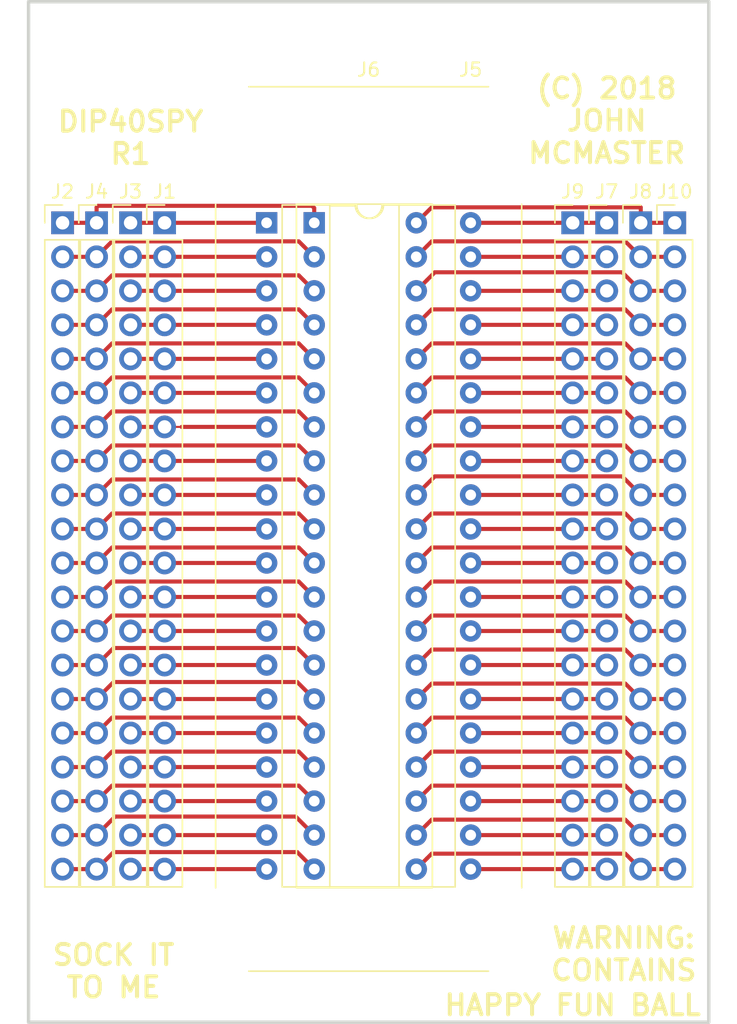
<source format=kicad_pcb>
(kicad_pcb (version 4) (host pcbnew 4.0.7-e2-6376~58~ubuntu16.04.1)

  (general
    (links 160)
    (no_connects 0)
    (area 160.399981 88.772999 215.52002 165.227001)
    (thickness 1.6)
    (drawings 9)
    (tracks 279)
    (zones 0)
    (modules 10)
    (nets 81)
  )

  (page A4)
  (layers
    (0 F.Cu signal)
    (31 B.Cu signal)
    (32 B.Adhes user)
    (33 F.Adhes user)
    (34 B.Paste user)
    (35 F.Paste user)
    (36 B.SilkS user)
    (37 F.SilkS user)
    (38 B.Mask user)
    (39 F.Mask user)
    (40 Dwgs.User user)
    (41 Cmts.User user)
    (42 Eco1.User user)
    (43 Eco2.User user)
    (44 Edge.Cuts user)
    (45 Margin user)
    (46 B.CrtYd user)
    (47 F.CrtYd user)
    (48 B.Fab user)
    (49 F.Fab user)
  )

  (setup
    (last_trace_width 0.3048)
    (trace_clearance 0.1524)
    (zone_clearance 0.508)
    (zone_45_only no)
    (trace_min 0.1524)
    (segment_width 0.2)
    (edge_width 0.00254)
    (via_size 0.6858)
    (via_drill 0.3302)
    (via_min_size 0.508)
    (via_min_drill 0.254)
    (uvia_size 0.6858)
    (uvia_drill 0.3302)
    (uvias_allowed no)
    (uvia_min_size 0)
    (uvia_min_drill 0)
    (pcb_text_width 0.3)
    (pcb_text_size 1.5 1.5)
    (mod_edge_width 0.15)
    (mod_text_size 1 1)
    (mod_text_width 0.15)
    (pad_size 3.175 3.175)
    (pad_drill 3.175)
    (pad_to_mask_clearance 0)
    (aux_axis_origin 0 0)
    (visible_elements 7FFFFFFF)
    (pcbplotparams
      (layerselection 0x010f0_80000001)
      (usegerberextensions false)
      (excludeedgelayer true)
      (linewidth 0.100000)
      (plotframeref false)
      (viasonmask false)
      (mode 1)
      (useauxorigin false)
      (hpglpennumber 1)
      (hpglpenspeed 20)
      (hpglpendiameter 15)
      (hpglpenoverlay 2)
      (psnegative false)
      (psa4output false)
      (plotreference true)
      (plotvalue true)
      (plotinvisibletext false)
      (padsonsilk false)
      (subtractmaskfromsilk false)
      (outputformat 1)
      (mirror false)
      (drillshape 0)
      (scaleselection 1)
      (outputdirectory plot))
  )

  (net 0 "")
  (net 1 "Net-(J1-Pad4)")
  (net 2 "Net-(J1-Pad3)")
  (net 3 "Net-(J1-Pad5)")
  (net 4 "Net-(J2-Pad4)")
  (net 5 "Net-(J2-Pad3)")
  (net 6 "Net-(J2-Pad5)")
  (net 7 "Net-(J1-Pad1)")
  (net 8 "Net-(J5-Pad21)")
  (net 9 "Net-(J1-Pad2)")
  (net 10 "Net-(J5-Pad22)")
  (net 11 "Net-(J5-Pad23)")
  (net 12 "Net-(J5-Pad24)")
  (net 13 "Net-(J5-Pad25)")
  (net 14 "Net-(J1-Pad6)")
  (net 15 "Net-(J5-Pad26)")
  (net 16 "Net-(J1-Pad7)")
  (net 17 "Net-(J5-Pad27)")
  (net 18 "Net-(J1-Pad8)")
  (net 19 "Net-(J5-Pad28)")
  (net 20 "Net-(J1-Pad9)")
  (net 21 "Net-(J5-Pad29)")
  (net 22 "Net-(J1-Pad10)")
  (net 23 "Net-(J5-Pad30)")
  (net 24 "Net-(J1-Pad11)")
  (net 25 "Net-(J5-Pad31)")
  (net 26 "Net-(J1-Pad12)")
  (net 27 "Net-(J5-Pad32)")
  (net 28 "Net-(J1-Pad13)")
  (net 29 "Net-(J5-Pad33)")
  (net 30 "Net-(J1-Pad14)")
  (net 31 "Net-(J5-Pad34)")
  (net 32 "Net-(J1-Pad15)")
  (net 33 "Net-(J5-Pad35)")
  (net 34 "Net-(J1-Pad16)")
  (net 35 "Net-(J5-Pad36)")
  (net 36 "Net-(J1-Pad17)")
  (net 37 "Net-(J5-Pad37)")
  (net 38 "Net-(J1-Pad18)")
  (net 39 "Net-(J5-Pad38)")
  (net 40 "Net-(J1-Pad19)")
  (net 41 "Net-(J5-Pad39)")
  (net 42 "Net-(J1-Pad20)")
  (net 43 "Net-(J5-Pad40)")
  (net 44 "Net-(J2-Pad1)")
  (net 45 "Net-(J10-Pad20)")
  (net 46 "Net-(J2-Pad2)")
  (net 47 "Net-(J10-Pad19)")
  (net 48 "Net-(J10-Pad18)")
  (net 49 "Net-(J10-Pad17)")
  (net 50 "Net-(J10-Pad16)")
  (net 51 "Net-(J2-Pad6)")
  (net 52 "Net-(J10-Pad15)")
  (net 53 "Net-(J2-Pad7)")
  (net 54 "Net-(J10-Pad14)")
  (net 55 "Net-(J2-Pad8)")
  (net 56 "Net-(J10-Pad13)")
  (net 57 "Net-(J2-Pad9)")
  (net 58 "Net-(J10-Pad12)")
  (net 59 "Net-(J2-Pad10)")
  (net 60 "Net-(J10-Pad11)")
  (net 61 "Net-(J2-Pad11)")
  (net 62 "Net-(J10-Pad10)")
  (net 63 "Net-(J2-Pad12)")
  (net 64 "Net-(J10-Pad9)")
  (net 65 "Net-(J2-Pad13)")
  (net 66 "Net-(J10-Pad8)")
  (net 67 "Net-(J2-Pad14)")
  (net 68 "Net-(J10-Pad7)")
  (net 69 "Net-(J2-Pad15)")
  (net 70 "Net-(J10-Pad6)")
  (net 71 "Net-(J2-Pad16)")
  (net 72 "Net-(J10-Pad5)")
  (net 73 "Net-(J2-Pad17)")
  (net 74 "Net-(J10-Pad4)")
  (net 75 "Net-(J2-Pad18)")
  (net 76 "Net-(J10-Pad3)")
  (net 77 "Net-(J2-Pad19)")
  (net 78 "Net-(J10-Pad2)")
  (net 79 "Net-(J2-Pad20)")
  (net 80 "Net-(J10-Pad1)")

  (net_class Default "To jest domyślna klasa połączeń."
    (clearance 0.1524)
    (trace_width 0.3048)
    (via_dia 0.6858)
    (via_drill 0.3302)
    (uvia_dia 0.6858)
    (uvia_drill 0.3302)
    (add_net "Net-(J1-Pad1)")
    (add_net "Net-(J1-Pad10)")
    (add_net "Net-(J1-Pad11)")
    (add_net "Net-(J1-Pad12)")
    (add_net "Net-(J1-Pad13)")
    (add_net "Net-(J1-Pad14)")
    (add_net "Net-(J1-Pad15)")
    (add_net "Net-(J1-Pad16)")
    (add_net "Net-(J1-Pad17)")
    (add_net "Net-(J1-Pad18)")
    (add_net "Net-(J1-Pad19)")
    (add_net "Net-(J1-Pad2)")
    (add_net "Net-(J1-Pad20)")
    (add_net "Net-(J1-Pad3)")
    (add_net "Net-(J1-Pad4)")
    (add_net "Net-(J1-Pad5)")
    (add_net "Net-(J1-Pad6)")
    (add_net "Net-(J1-Pad7)")
    (add_net "Net-(J1-Pad8)")
    (add_net "Net-(J1-Pad9)")
    (add_net "Net-(J10-Pad1)")
    (add_net "Net-(J10-Pad10)")
    (add_net "Net-(J10-Pad11)")
    (add_net "Net-(J10-Pad12)")
    (add_net "Net-(J10-Pad13)")
    (add_net "Net-(J10-Pad14)")
    (add_net "Net-(J10-Pad15)")
    (add_net "Net-(J10-Pad16)")
    (add_net "Net-(J10-Pad17)")
    (add_net "Net-(J10-Pad18)")
    (add_net "Net-(J10-Pad19)")
    (add_net "Net-(J10-Pad2)")
    (add_net "Net-(J10-Pad20)")
    (add_net "Net-(J10-Pad3)")
    (add_net "Net-(J10-Pad4)")
    (add_net "Net-(J10-Pad5)")
    (add_net "Net-(J10-Pad6)")
    (add_net "Net-(J10-Pad7)")
    (add_net "Net-(J10-Pad8)")
    (add_net "Net-(J10-Pad9)")
    (add_net "Net-(J2-Pad1)")
    (add_net "Net-(J2-Pad10)")
    (add_net "Net-(J2-Pad11)")
    (add_net "Net-(J2-Pad12)")
    (add_net "Net-(J2-Pad13)")
    (add_net "Net-(J2-Pad14)")
    (add_net "Net-(J2-Pad15)")
    (add_net "Net-(J2-Pad16)")
    (add_net "Net-(J2-Pad17)")
    (add_net "Net-(J2-Pad18)")
    (add_net "Net-(J2-Pad19)")
    (add_net "Net-(J2-Pad2)")
    (add_net "Net-(J2-Pad20)")
    (add_net "Net-(J2-Pad3)")
    (add_net "Net-(J2-Pad4)")
    (add_net "Net-(J2-Pad5)")
    (add_net "Net-(J2-Pad6)")
    (add_net "Net-(J2-Pad7)")
    (add_net "Net-(J2-Pad8)")
    (add_net "Net-(J2-Pad9)")
    (add_net "Net-(J5-Pad21)")
    (add_net "Net-(J5-Pad22)")
    (add_net "Net-(J5-Pad23)")
    (add_net "Net-(J5-Pad24)")
    (add_net "Net-(J5-Pad25)")
    (add_net "Net-(J5-Pad26)")
    (add_net "Net-(J5-Pad27)")
    (add_net "Net-(J5-Pad28)")
    (add_net "Net-(J5-Pad29)")
    (add_net "Net-(J5-Pad30)")
    (add_net "Net-(J5-Pad31)")
    (add_net "Net-(J5-Pad32)")
    (add_net "Net-(J5-Pad33)")
    (add_net "Net-(J5-Pad34)")
    (add_net "Net-(J5-Pad35)")
    (add_net "Net-(J5-Pad36)")
    (add_net "Net-(J5-Pad37)")
    (add_net "Net-(J5-Pad38)")
    (add_net "Net-(J5-Pad39)")
    (add_net "Net-(J5-Pad40)")
  )

  (module Pin_Headers:Pin_Header_Straight_1x20_Pitch2.54mm (layer F.Cu) (tedit 59650532) (tstamp 5B69CB00)
    (at 172.72 105.41)
    (descr "Through hole straight pin header, 1x20, 2.54mm pitch, single row")
    (tags "Through hole pin header THT 1x20 2.54mm single row")
    (path /5B69848C)
    (fp_text reference J1 (at 0 -2.33) (layer F.SilkS)
      (effects (font (size 1 1) (thickness 0.15)))
    )
    (fp_text value Conn_01x20 (at 0 50.59) (layer F.Fab)
      (effects (font (size 1 1) (thickness 0.15)))
    )
    (fp_line (start -0.635 -1.27) (end 1.27 -1.27) (layer F.Fab) (width 0.1))
    (fp_line (start 1.27 -1.27) (end 1.27 49.53) (layer F.Fab) (width 0.1))
    (fp_line (start 1.27 49.53) (end -1.27 49.53) (layer F.Fab) (width 0.1))
    (fp_line (start -1.27 49.53) (end -1.27 -0.635) (layer F.Fab) (width 0.1))
    (fp_line (start -1.27 -0.635) (end -0.635 -1.27) (layer F.Fab) (width 0.1))
    (fp_line (start -1.33 49.59) (end 1.33 49.59) (layer F.SilkS) (width 0.12))
    (fp_line (start -1.33 1.27) (end -1.33 49.59) (layer F.SilkS) (width 0.12))
    (fp_line (start 1.33 1.27) (end 1.33 49.59) (layer F.SilkS) (width 0.12))
    (fp_line (start -1.33 1.27) (end 1.33 1.27) (layer F.SilkS) (width 0.12))
    (fp_line (start -1.33 0) (end -1.33 -1.33) (layer F.SilkS) (width 0.12))
    (fp_line (start -1.33 -1.33) (end 0 -1.33) (layer F.SilkS) (width 0.12))
    (fp_line (start -1.8 -1.8) (end -1.8 50.05) (layer F.CrtYd) (width 0.05))
    (fp_line (start -1.8 50.05) (end 1.8 50.05) (layer F.CrtYd) (width 0.05))
    (fp_line (start 1.8 50.05) (end 1.8 -1.8) (layer F.CrtYd) (width 0.05))
    (fp_line (start 1.8 -1.8) (end -1.8 -1.8) (layer F.CrtYd) (width 0.05))
    (fp_text user %R (at 0 24.13 90) (layer F.Fab)
      (effects (font (size 1 1) (thickness 0.15)))
    )
    (pad 1 thru_hole rect (at 0 0) (size 1.7 1.7) (drill 1) (layers *.Cu *.Mask)
      (net 7 "Net-(J1-Pad1)"))
    (pad 2 thru_hole oval (at 0 2.54) (size 1.7 1.7) (drill 1) (layers *.Cu *.Mask)
      (net 9 "Net-(J1-Pad2)"))
    (pad 3 thru_hole oval (at 0 5.08) (size 1.7 1.7) (drill 1) (layers *.Cu *.Mask)
      (net 2 "Net-(J1-Pad3)"))
    (pad 4 thru_hole oval (at 0 7.62) (size 1.7 1.7) (drill 1) (layers *.Cu *.Mask)
      (net 1 "Net-(J1-Pad4)"))
    (pad 5 thru_hole oval (at 0 10.16) (size 1.7 1.7) (drill 1) (layers *.Cu *.Mask)
      (net 3 "Net-(J1-Pad5)"))
    (pad 6 thru_hole oval (at 0 12.7) (size 1.7 1.7) (drill 1) (layers *.Cu *.Mask)
      (net 14 "Net-(J1-Pad6)"))
    (pad 7 thru_hole oval (at 0 15.24) (size 1.7 1.7) (drill 1) (layers *.Cu *.Mask)
      (net 16 "Net-(J1-Pad7)"))
    (pad 8 thru_hole oval (at 0 17.78) (size 1.7 1.7) (drill 1) (layers *.Cu *.Mask)
      (net 18 "Net-(J1-Pad8)"))
    (pad 9 thru_hole oval (at 0 20.32) (size 1.7 1.7) (drill 1) (layers *.Cu *.Mask)
      (net 20 "Net-(J1-Pad9)"))
    (pad 10 thru_hole oval (at 0 22.86) (size 1.7 1.7) (drill 1) (layers *.Cu *.Mask)
      (net 22 "Net-(J1-Pad10)"))
    (pad 11 thru_hole oval (at 0 25.4) (size 1.7 1.7) (drill 1) (layers *.Cu *.Mask)
      (net 24 "Net-(J1-Pad11)"))
    (pad 12 thru_hole oval (at 0 27.94) (size 1.7 1.7) (drill 1) (layers *.Cu *.Mask)
      (net 26 "Net-(J1-Pad12)"))
    (pad 13 thru_hole oval (at 0 30.48) (size 1.7 1.7) (drill 1) (layers *.Cu *.Mask)
      (net 28 "Net-(J1-Pad13)"))
    (pad 14 thru_hole oval (at 0 33.02) (size 1.7 1.7) (drill 1) (layers *.Cu *.Mask)
      (net 30 "Net-(J1-Pad14)"))
    (pad 15 thru_hole oval (at 0 35.56) (size 1.7 1.7) (drill 1) (layers *.Cu *.Mask)
      (net 32 "Net-(J1-Pad15)"))
    (pad 16 thru_hole oval (at 0 38.1) (size 1.7 1.7) (drill 1) (layers *.Cu *.Mask)
      (net 34 "Net-(J1-Pad16)"))
    (pad 17 thru_hole oval (at 0 40.64) (size 1.7 1.7) (drill 1) (layers *.Cu *.Mask)
      (net 36 "Net-(J1-Pad17)"))
    (pad 18 thru_hole oval (at 0 43.18) (size 1.7 1.7) (drill 1) (layers *.Cu *.Mask)
      (net 38 "Net-(J1-Pad18)"))
    (pad 19 thru_hole oval (at 0 45.72) (size 1.7 1.7) (drill 1) (layers *.Cu *.Mask)
      (net 40 "Net-(J1-Pad19)"))
    (pad 20 thru_hole oval (at 0 48.26) (size 1.7 1.7) (drill 1) (layers *.Cu *.Mask)
      (net 42 "Net-(J1-Pad20)"))
    (model ${KISYS3DMOD}/Pin_Headers.3dshapes/Pin_Header_Straight_1x20_Pitch2.54mm.wrl
      (at (xyz 0 0 0))
      (scale (xyz 1 1 1))
      (rotate (xyz 0 0 0))
    )
  )

  (module Pin_Headers:Pin_Header_Straight_1x20_Pitch2.54mm (layer F.Cu) (tedit 59650532) (tstamp 5B69CB18)
    (at 165.1 105.41)
    (descr "Through hole straight pin header, 1x20, 2.54mm pitch, single row")
    (tags "Through hole pin header THT 1x20 2.54mm single row")
    (path /5B6967E5)
    (fp_text reference J2 (at 0 -2.33) (layer F.SilkS)
      (effects (font (size 1 1) (thickness 0.15)))
    )
    (fp_text value Conn_01x20 (at 0 50.59) (layer F.Fab)
      (effects (font (size 1 1) (thickness 0.15)))
    )
    (fp_line (start -0.635 -1.27) (end 1.27 -1.27) (layer F.Fab) (width 0.1))
    (fp_line (start 1.27 -1.27) (end 1.27 49.53) (layer F.Fab) (width 0.1))
    (fp_line (start 1.27 49.53) (end -1.27 49.53) (layer F.Fab) (width 0.1))
    (fp_line (start -1.27 49.53) (end -1.27 -0.635) (layer F.Fab) (width 0.1))
    (fp_line (start -1.27 -0.635) (end -0.635 -1.27) (layer F.Fab) (width 0.1))
    (fp_line (start -1.33 49.59) (end 1.33 49.59) (layer F.SilkS) (width 0.12))
    (fp_line (start -1.33 1.27) (end -1.33 49.59) (layer F.SilkS) (width 0.12))
    (fp_line (start 1.33 1.27) (end 1.33 49.59) (layer F.SilkS) (width 0.12))
    (fp_line (start -1.33 1.27) (end 1.33 1.27) (layer F.SilkS) (width 0.12))
    (fp_line (start -1.33 0) (end -1.33 -1.33) (layer F.SilkS) (width 0.12))
    (fp_line (start -1.33 -1.33) (end 0 -1.33) (layer F.SilkS) (width 0.12))
    (fp_line (start -1.8 -1.8) (end -1.8 50.05) (layer F.CrtYd) (width 0.05))
    (fp_line (start -1.8 50.05) (end 1.8 50.05) (layer F.CrtYd) (width 0.05))
    (fp_line (start 1.8 50.05) (end 1.8 -1.8) (layer F.CrtYd) (width 0.05))
    (fp_line (start 1.8 -1.8) (end -1.8 -1.8) (layer F.CrtYd) (width 0.05))
    (fp_text user %R (at 0 24.13 90) (layer F.Fab)
      (effects (font (size 1 1) (thickness 0.15)))
    )
    (pad 1 thru_hole rect (at 0 0) (size 1.7 1.7) (drill 1) (layers *.Cu *.Mask)
      (net 44 "Net-(J2-Pad1)"))
    (pad 2 thru_hole oval (at 0 2.54) (size 1.7 1.7) (drill 1) (layers *.Cu *.Mask)
      (net 46 "Net-(J2-Pad2)"))
    (pad 3 thru_hole oval (at 0 5.08) (size 1.7 1.7) (drill 1) (layers *.Cu *.Mask)
      (net 5 "Net-(J2-Pad3)"))
    (pad 4 thru_hole oval (at 0 7.62) (size 1.7 1.7) (drill 1) (layers *.Cu *.Mask)
      (net 4 "Net-(J2-Pad4)"))
    (pad 5 thru_hole oval (at 0 10.16) (size 1.7 1.7) (drill 1) (layers *.Cu *.Mask)
      (net 6 "Net-(J2-Pad5)"))
    (pad 6 thru_hole oval (at 0 12.7) (size 1.7 1.7) (drill 1) (layers *.Cu *.Mask)
      (net 51 "Net-(J2-Pad6)"))
    (pad 7 thru_hole oval (at 0 15.24) (size 1.7 1.7) (drill 1) (layers *.Cu *.Mask)
      (net 53 "Net-(J2-Pad7)"))
    (pad 8 thru_hole oval (at 0 17.78) (size 1.7 1.7) (drill 1) (layers *.Cu *.Mask)
      (net 55 "Net-(J2-Pad8)"))
    (pad 9 thru_hole oval (at 0 20.32) (size 1.7 1.7) (drill 1) (layers *.Cu *.Mask)
      (net 57 "Net-(J2-Pad9)"))
    (pad 10 thru_hole oval (at 0 22.86) (size 1.7 1.7) (drill 1) (layers *.Cu *.Mask)
      (net 59 "Net-(J2-Pad10)"))
    (pad 11 thru_hole oval (at 0 25.4) (size 1.7 1.7) (drill 1) (layers *.Cu *.Mask)
      (net 61 "Net-(J2-Pad11)"))
    (pad 12 thru_hole oval (at 0 27.94) (size 1.7 1.7) (drill 1) (layers *.Cu *.Mask)
      (net 63 "Net-(J2-Pad12)"))
    (pad 13 thru_hole oval (at 0 30.48) (size 1.7 1.7) (drill 1) (layers *.Cu *.Mask)
      (net 65 "Net-(J2-Pad13)"))
    (pad 14 thru_hole oval (at 0 33.02) (size 1.7 1.7) (drill 1) (layers *.Cu *.Mask)
      (net 67 "Net-(J2-Pad14)"))
    (pad 15 thru_hole oval (at 0 35.56) (size 1.7 1.7) (drill 1) (layers *.Cu *.Mask)
      (net 69 "Net-(J2-Pad15)"))
    (pad 16 thru_hole oval (at 0 38.1) (size 1.7 1.7) (drill 1) (layers *.Cu *.Mask)
      (net 71 "Net-(J2-Pad16)"))
    (pad 17 thru_hole oval (at 0 40.64) (size 1.7 1.7) (drill 1) (layers *.Cu *.Mask)
      (net 73 "Net-(J2-Pad17)"))
    (pad 18 thru_hole oval (at 0 43.18) (size 1.7 1.7) (drill 1) (layers *.Cu *.Mask)
      (net 75 "Net-(J2-Pad18)"))
    (pad 19 thru_hole oval (at 0 45.72) (size 1.7 1.7) (drill 1) (layers *.Cu *.Mask)
      (net 77 "Net-(J2-Pad19)"))
    (pad 20 thru_hole oval (at 0 48.26) (size 1.7 1.7) (drill 1) (layers *.Cu *.Mask)
      (net 79 "Net-(J2-Pad20)"))
    (model ${KISYS3DMOD}/Pin_Headers.3dshapes/Pin_Header_Straight_1x20_Pitch2.54mm.wrl
      (at (xyz 0 0 0))
      (scale (xyz 1 1 1))
      (rotate (xyz 0 0 0))
    )
  )

  (module Pin_Headers:Pin_Header_Straight_1x20_Pitch2.54mm (layer F.Cu) (tedit 59650532) (tstamp 5B69CB30)
    (at 170.18 105.41)
    (descr "Through hole straight pin header, 1x20, 2.54mm pitch, single row")
    (tags "Through hole pin header THT 1x20 2.54mm single row")
    (path /5B698492)
    (fp_text reference J3 (at 0 -2.33) (layer F.SilkS)
      (effects (font (size 1 1) (thickness 0.15)))
    )
    (fp_text value Conn_01x20 (at 0 50.59) (layer F.Fab)
      (effects (font (size 1 1) (thickness 0.15)))
    )
    (fp_line (start -0.635 -1.27) (end 1.27 -1.27) (layer F.Fab) (width 0.1))
    (fp_line (start 1.27 -1.27) (end 1.27 49.53) (layer F.Fab) (width 0.1))
    (fp_line (start 1.27 49.53) (end -1.27 49.53) (layer F.Fab) (width 0.1))
    (fp_line (start -1.27 49.53) (end -1.27 -0.635) (layer F.Fab) (width 0.1))
    (fp_line (start -1.27 -0.635) (end -0.635 -1.27) (layer F.Fab) (width 0.1))
    (fp_line (start -1.33 49.59) (end 1.33 49.59) (layer F.SilkS) (width 0.12))
    (fp_line (start -1.33 1.27) (end -1.33 49.59) (layer F.SilkS) (width 0.12))
    (fp_line (start 1.33 1.27) (end 1.33 49.59) (layer F.SilkS) (width 0.12))
    (fp_line (start -1.33 1.27) (end 1.33 1.27) (layer F.SilkS) (width 0.12))
    (fp_line (start -1.33 0) (end -1.33 -1.33) (layer F.SilkS) (width 0.12))
    (fp_line (start -1.33 -1.33) (end 0 -1.33) (layer F.SilkS) (width 0.12))
    (fp_line (start -1.8 -1.8) (end -1.8 50.05) (layer F.CrtYd) (width 0.05))
    (fp_line (start -1.8 50.05) (end 1.8 50.05) (layer F.CrtYd) (width 0.05))
    (fp_line (start 1.8 50.05) (end 1.8 -1.8) (layer F.CrtYd) (width 0.05))
    (fp_line (start 1.8 -1.8) (end -1.8 -1.8) (layer F.CrtYd) (width 0.05))
    (fp_text user %R (at 0 24.13 90) (layer F.Fab)
      (effects (font (size 1 1) (thickness 0.15)))
    )
    (pad 1 thru_hole rect (at 0 0) (size 1.7 1.7) (drill 1) (layers *.Cu *.Mask)
      (net 7 "Net-(J1-Pad1)"))
    (pad 2 thru_hole oval (at 0 2.54) (size 1.7 1.7) (drill 1) (layers *.Cu *.Mask)
      (net 9 "Net-(J1-Pad2)"))
    (pad 3 thru_hole oval (at 0 5.08) (size 1.7 1.7) (drill 1) (layers *.Cu *.Mask)
      (net 2 "Net-(J1-Pad3)"))
    (pad 4 thru_hole oval (at 0 7.62) (size 1.7 1.7) (drill 1) (layers *.Cu *.Mask)
      (net 1 "Net-(J1-Pad4)"))
    (pad 5 thru_hole oval (at 0 10.16) (size 1.7 1.7) (drill 1) (layers *.Cu *.Mask)
      (net 3 "Net-(J1-Pad5)"))
    (pad 6 thru_hole oval (at 0 12.7) (size 1.7 1.7) (drill 1) (layers *.Cu *.Mask)
      (net 14 "Net-(J1-Pad6)"))
    (pad 7 thru_hole oval (at 0 15.24) (size 1.7 1.7) (drill 1) (layers *.Cu *.Mask)
      (net 16 "Net-(J1-Pad7)"))
    (pad 8 thru_hole oval (at 0 17.78) (size 1.7 1.7) (drill 1) (layers *.Cu *.Mask)
      (net 18 "Net-(J1-Pad8)"))
    (pad 9 thru_hole oval (at 0 20.32) (size 1.7 1.7) (drill 1) (layers *.Cu *.Mask)
      (net 20 "Net-(J1-Pad9)"))
    (pad 10 thru_hole oval (at 0 22.86) (size 1.7 1.7) (drill 1) (layers *.Cu *.Mask)
      (net 22 "Net-(J1-Pad10)"))
    (pad 11 thru_hole oval (at 0 25.4) (size 1.7 1.7) (drill 1) (layers *.Cu *.Mask)
      (net 24 "Net-(J1-Pad11)"))
    (pad 12 thru_hole oval (at 0 27.94) (size 1.7 1.7) (drill 1) (layers *.Cu *.Mask)
      (net 26 "Net-(J1-Pad12)"))
    (pad 13 thru_hole oval (at 0 30.48) (size 1.7 1.7) (drill 1) (layers *.Cu *.Mask)
      (net 28 "Net-(J1-Pad13)"))
    (pad 14 thru_hole oval (at 0 33.02) (size 1.7 1.7) (drill 1) (layers *.Cu *.Mask)
      (net 30 "Net-(J1-Pad14)"))
    (pad 15 thru_hole oval (at 0 35.56) (size 1.7 1.7) (drill 1) (layers *.Cu *.Mask)
      (net 32 "Net-(J1-Pad15)"))
    (pad 16 thru_hole oval (at 0 38.1) (size 1.7 1.7) (drill 1) (layers *.Cu *.Mask)
      (net 34 "Net-(J1-Pad16)"))
    (pad 17 thru_hole oval (at 0 40.64) (size 1.7 1.7) (drill 1) (layers *.Cu *.Mask)
      (net 36 "Net-(J1-Pad17)"))
    (pad 18 thru_hole oval (at 0 43.18) (size 1.7 1.7) (drill 1) (layers *.Cu *.Mask)
      (net 38 "Net-(J1-Pad18)"))
    (pad 19 thru_hole oval (at 0 45.72) (size 1.7 1.7) (drill 1) (layers *.Cu *.Mask)
      (net 40 "Net-(J1-Pad19)"))
    (pad 20 thru_hole oval (at 0 48.26) (size 1.7 1.7) (drill 1) (layers *.Cu *.Mask)
      (net 42 "Net-(J1-Pad20)"))
    (model ${KISYS3DMOD}/Pin_Headers.3dshapes/Pin_Header_Straight_1x20_Pitch2.54mm.wrl
      (at (xyz 0 0 0))
      (scale (xyz 1 1 1))
      (rotate (xyz 0 0 0))
    )
  )

  (module Pin_Headers:Pin_Header_Straight_1x20_Pitch2.54mm (layer F.Cu) (tedit 59650532) (tstamp 5B69CB48)
    (at 167.64 105.41)
    (descr "Through hole straight pin header, 1x20, 2.54mm pitch, single row")
    (tags "Through hole pin header THT 1x20 2.54mm single row")
    (path /5B6967EB)
    (fp_text reference J4 (at 0 -2.33) (layer F.SilkS)
      (effects (font (size 1 1) (thickness 0.15)))
    )
    (fp_text value Conn_01x20 (at 0 50.59) (layer F.Fab)
      (effects (font (size 1 1) (thickness 0.15)))
    )
    (fp_line (start -0.635 -1.27) (end 1.27 -1.27) (layer F.Fab) (width 0.1))
    (fp_line (start 1.27 -1.27) (end 1.27 49.53) (layer F.Fab) (width 0.1))
    (fp_line (start 1.27 49.53) (end -1.27 49.53) (layer F.Fab) (width 0.1))
    (fp_line (start -1.27 49.53) (end -1.27 -0.635) (layer F.Fab) (width 0.1))
    (fp_line (start -1.27 -0.635) (end -0.635 -1.27) (layer F.Fab) (width 0.1))
    (fp_line (start -1.33 49.59) (end 1.33 49.59) (layer F.SilkS) (width 0.12))
    (fp_line (start -1.33 1.27) (end -1.33 49.59) (layer F.SilkS) (width 0.12))
    (fp_line (start 1.33 1.27) (end 1.33 49.59) (layer F.SilkS) (width 0.12))
    (fp_line (start -1.33 1.27) (end 1.33 1.27) (layer F.SilkS) (width 0.12))
    (fp_line (start -1.33 0) (end -1.33 -1.33) (layer F.SilkS) (width 0.12))
    (fp_line (start -1.33 -1.33) (end 0 -1.33) (layer F.SilkS) (width 0.12))
    (fp_line (start -1.8 -1.8) (end -1.8 50.05) (layer F.CrtYd) (width 0.05))
    (fp_line (start -1.8 50.05) (end 1.8 50.05) (layer F.CrtYd) (width 0.05))
    (fp_line (start 1.8 50.05) (end 1.8 -1.8) (layer F.CrtYd) (width 0.05))
    (fp_line (start 1.8 -1.8) (end -1.8 -1.8) (layer F.CrtYd) (width 0.05))
    (fp_text user %R (at 0 24.13 90) (layer F.Fab)
      (effects (font (size 1 1) (thickness 0.15)))
    )
    (pad 1 thru_hole rect (at 0 0) (size 1.7 1.7) (drill 1) (layers *.Cu *.Mask)
      (net 44 "Net-(J2-Pad1)"))
    (pad 2 thru_hole oval (at 0 2.54) (size 1.7 1.7) (drill 1) (layers *.Cu *.Mask)
      (net 46 "Net-(J2-Pad2)"))
    (pad 3 thru_hole oval (at 0 5.08) (size 1.7 1.7) (drill 1) (layers *.Cu *.Mask)
      (net 5 "Net-(J2-Pad3)"))
    (pad 4 thru_hole oval (at 0 7.62) (size 1.7 1.7) (drill 1) (layers *.Cu *.Mask)
      (net 4 "Net-(J2-Pad4)"))
    (pad 5 thru_hole oval (at 0 10.16) (size 1.7 1.7) (drill 1) (layers *.Cu *.Mask)
      (net 6 "Net-(J2-Pad5)"))
    (pad 6 thru_hole oval (at 0 12.7) (size 1.7 1.7) (drill 1) (layers *.Cu *.Mask)
      (net 51 "Net-(J2-Pad6)"))
    (pad 7 thru_hole oval (at 0 15.24) (size 1.7 1.7) (drill 1) (layers *.Cu *.Mask)
      (net 53 "Net-(J2-Pad7)"))
    (pad 8 thru_hole oval (at 0 17.78) (size 1.7 1.7) (drill 1) (layers *.Cu *.Mask)
      (net 55 "Net-(J2-Pad8)"))
    (pad 9 thru_hole oval (at 0 20.32) (size 1.7 1.7) (drill 1) (layers *.Cu *.Mask)
      (net 57 "Net-(J2-Pad9)"))
    (pad 10 thru_hole oval (at 0 22.86) (size 1.7 1.7) (drill 1) (layers *.Cu *.Mask)
      (net 59 "Net-(J2-Pad10)"))
    (pad 11 thru_hole oval (at 0 25.4) (size 1.7 1.7) (drill 1) (layers *.Cu *.Mask)
      (net 61 "Net-(J2-Pad11)"))
    (pad 12 thru_hole oval (at 0 27.94) (size 1.7 1.7) (drill 1) (layers *.Cu *.Mask)
      (net 63 "Net-(J2-Pad12)"))
    (pad 13 thru_hole oval (at 0 30.48) (size 1.7 1.7) (drill 1) (layers *.Cu *.Mask)
      (net 65 "Net-(J2-Pad13)"))
    (pad 14 thru_hole oval (at 0 33.02) (size 1.7 1.7) (drill 1) (layers *.Cu *.Mask)
      (net 67 "Net-(J2-Pad14)"))
    (pad 15 thru_hole oval (at 0 35.56) (size 1.7 1.7) (drill 1) (layers *.Cu *.Mask)
      (net 69 "Net-(J2-Pad15)"))
    (pad 16 thru_hole oval (at 0 38.1) (size 1.7 1.7) (drill 1) (layers *.Cu *.Mask)
      (net 71 "Net-(J2-Pad16)"))
    (pad 17 thru_hole oval (at 0 40.64) (size 1.7 1.7) (drill 1) (layers *.Cu *.Mask)
      (net 73 "Net-(J2-Pad17)"))
    (pad 18 thru_hole oval (at 0 43.18) (size 1.7 1.7) (drill 1) (layers *.Cu *.Mask)
      (net 75 "Net-(J2-Pad18)"))
    (pad 19 thru_hole oval (at 0 45.72) (size 1.7 1.7) (drill 1) (layers *.Cu *.Mask)
      (net 77 "Net-(J2-Pad19)"))
    (pad 20 thru_hole oval (at 0 48.26) (size 1.7 1.7) (drill 1) (layers *.Cu *.Mask)
      (net 79 "Net-(J2-Pad20)"))
    (model ${KISYS3DMOD}/Pin_Headers.3dshapes/Pin_Header_Straight_1x20_Pitch2.54mm.wrl
      (at (xyz 0 0 0))
      (scale (xyz 1 1 1))
      (rotate (xyz 0 0 0))
    )
  )

  (module Pin_Headers:Pin_Header_Straight_1x20_Pitch2.54mm (layer F.Cu) (tedit 59650532) (tstamp 5B69CB60)
    (at 205.74 105.41)
    (descr "Through hole straight pin header, 1x20, 2.54mm pitch, single row")
    (tags "Through hole pin header THT 1x20 2.54mm single row")
    (path /5B69849E)
    (fp_text reference J7 (at 0 -2.33) (layer F.SilkS)
      (effects (font (size 1 1) (thickness 0.15)))
    )
    (fp_text value Conn_01x20 (at 0 50.59) (layer F.Fab)
      (effects (font (size 1 1) (thickness 0.15)))
    )
    (fp_line (start -0.635 -1.27) (end 1.27 -1.27) (layer F.Fab) (width 0.1))
    (fp_line (start 1.27 -1.27) (end 1.27 49.53) (layer F.Fab) (width 0.1))
    (fp_line (start 1.27 49.53) (end -1.27 49.53) (layer F.Fab) (width 0.1))
    (fp_line (start -1.27 49.53) (end -1.27 -0.635) (layer F.Fab) (width 0.1))
    (fp_line (start -1.27 -0.635) (end -0.635 -1.27) (layer F.Fab) (width 0.1))
    (fp_line (start -1.33 49.59) (end 1.33 49.59) (layer F.SilkS) (width 0.12))
    (fp_line (start -1.33 1.27) (end -1.33 49.59) (layer F.SilkS) (width 0.12))
    (fp_line (start 1.33 1.27) (end 1.33 49.59) (layer F.SilkS) (width 0.12))
    (fp_line (start -1.33 1.27) (end 1.33 1.27) (layer F.SilkS) (width 0.12))
    (fp_line (start -1.33 0) (end -1.33 -1.33) (layer F.SilkS) (width 0.12))
    (fp_line (start -1.33 -1.33) (end 0 -1.33) (layer F.SilkS) (width 0.12))
    (fp_line (start -1.8 -1.8) (end -1.8 50.05) (layer F.CrtYd) (width 0.05))
    (fp_line (start -1.8 50.05) (end 1.8 50.05) (layer F.CrtYd) (width 0.05))
    (fp_line (start 1.8 50.05) (end 1.8 -1.8) (layer F.CrtYd) (width 0.05))
    (fp_line (start 1.8 -1.8) (end -1.8 -1.8) (layer F.CrtYd) (width 0.05))
    (fp_text user %R (at 0 24.13 90) (layer F.Fab)
      (effects (font (size 1 1) (thickness 0.15)))
    )
    (pad 1 thru_hole rect (at 0 0) (size 1.7 1.7) (drill 1) (layers *.Cu *.Mask)
      (net 43 "Net-(J5-Pad40)"))
    (pad 2 thru_hole oval (at 0 2.54) (size 1.7 1.7) (drill 1) (layers *.Cu *.Mask)
      (net 41 "Net-(J5-Pad39)"))
    (pad 3 thru_hole oval (at 0 5.08) (size 1.7 1.7) (drill 1) (layers *.Cu *.Mask)
      (net 39 "Net-(J5-Pad38)"))
    (pad 4 thru_hole oval (at 0 7.62) (size 1.7 1.7) (drill 1) (layers *.Cu *.Mask)
      (net 37 "Net-(J5-Pad37)"))
    (pad 5 thru_hole oval (at 0 10.16) (size 1.7 1.7) (drill 1) (layers *.Cu *.Mask)
      (net 35 "Net-(J5-Pad36)"))
    (pad 6 thru_hole oval (at 0 12.7) (size 1.7 1.7) (drill 1) (layers *.Cu *.Mask)
      (net 33 "Net-(J5-Pad35)"))
    (pad 7 thru_hole oval (at 0 15.24) (size 1.7 1.7) (drill 1) (layers *.Cu *.Mask)
      (net 31 "Net-(J5-Pad34)"))
    (pad 8 thru_hole oval (at 0 17.78) (size 1.7 1.7) (drill 1) (layers *.Cu *.Mask)
      (net 29 "Net-(J5-Pad33)"))
    (pad 9 thru_hole oval (at 0 20.32) (size 1.7 1.7) (drill 1) (layers *.Cu *.Mask)
      (net 27 "Net-(J5-Pad32)"))
    (pad 10 thru_hole oval (at 0 22.86) (size 1.7 1.7) (drill 1) (layers *.Cu *.Mask)
      (net 25 "Net-(J5-Pad31)"))
    (pad 11 thru_hole oval (at 0 25.4) (size 1.7 1.7) (drill 1) (layers *.Cu *.Mask)
      (net 23 "Net-(J5-Pad30)"))
    (pad 12 thru_hole oval (at 0 27.94) (size 1.7 1.7) (drill 1) (layers *.Cu *.Mask)
      (net 21 "Net-(J5-Pad29)"))
    (pad 13 thru_hole oval (at 0 30.48) (size 1.7 1.7) (drill 1) (layers *.Cu *.Mask)
      (net 19 "Net-(J5-Pad28)"))
    (pad 14 thru_hole oval (at 0 33.02) (size 1.7 1.7) (drill 1) (layers *.Cu *.Mask)
      (net 17 "Net-(J5-Pad27)"))
    (pad 15 thru_hole oval (at 0 35.56) (size 1.7 1.7) (drill 1) (layers *.Cu *.Mask)
      (net 15 "Net-(J5-Pad26)"))
    (pad 16 thru_hole oval (at 0 38.1) (size 1.7 1.7) (drill 1) (layers *.Cu *.Mask)
      (net 13 "Net-(J5-Pad25)"))
    (pad 17 thru_hole oval (at 0 40.64) (size 1.7 1.7) (drill 1) (layers *.Cu *.Mask)
      (net 12 "Net-(J5-Pad24)"))
    (pad 18 thru_hole oval (at 0 43.18) (size 1.7 1.7) (drill 1) (layers *.Cu *.Mask)
      (net 11 "Net-(J5-Pad23)"))
    (pad 19 thru_hole oval (at 0 45.72) (size 1.7 1.7) (drill 1) (layers *.Cu *.Mask)
      (net 10 "Net-(J5-Pad22)"))
    (pad 20 thru_hole oval (at 0 48.26) (size 1.7 1.7) (drill 1) (layers *.Cu *.Mask)
      (net 8 "Net-(J5-Pad21)"))
    (model ${KISYS3DMOD}/Pin_Headers.3dshapes/Pin_Header_Straight_1x20_Pitch2.54mm.wrl
      (at (xyz 0 0 0))
      (scale (xyz 1 1 1))
      (rotate (xyz 0 0 0))
    )
  )

  (module Pin_Headers:Pin_Header_Straight_1x20_Pitch2.54mm (layer F.Cu) (tedit 59650532) (tstamp 5B69CB78)
    (at 208.28 105.41)
    (descr "Through hole straight pin header, 1x20, 2.54mm pitch, single row")
    (tags "Through hole pin header THT 1x20 2.54mm single row")
    (path /5B696833)
    (fp_text reference J8 (at 0 -2.33) (layer F.SilkS)
      (effects (font (size 1 1) (thickness 0.15)))
    )
    (fp_text value Conn_01x20 (at 0 50.59) (layer F.Fab)
      (effects (font (size 1 1) (thickness 0.15)))
    )
    (fp_line (start -0.635 -1.27) (end 1.27 -1.27) (layer F.Fab) (width 0.1))
    (fp_line (start 1.27 -1.27) (end 1.27 49.53) (layer F.Fab) (width 0.1))
    (fp_line (start 1.27 49.53) (end -1.27 49.53) (layer F.Fab) (width 0.1))
    (fp_line (start -1.27 49.53) (end -1.27 -0.635) (layer F.Fab) (width 0.1))
    (fp_line (start -1.27 -0.635) (end -0.635 -1.27) (layer F.Fab) (width 0.1))
    (fp_line (start -1.33 49.59) (end 1.33 49.59) (layer F.SilkS) (width 0.12))
    (fp_line (start -1.33 1.27) (end -1.33 49.59) (layer F.SilkS) (width 0.12))
    (fp_line (start 1.33 1.27) (end 1.33 49.59) (layer F.SilkS) (width 0.12))
    (fp_line (start -1.33 1.27) (end 1.33 1.27) (layer F.SilkS) (width 0.12))
    (fp_line (start -1.33 0) (end -1.33 -1.33) (layer F.SilkS) (width 0.12))
    (fp_line (start -1.33 -1.33) (end 0 -1.33) (layer F.SilkS) (width 0.12))
    (fp_line (start -1.8 -1.8) (end -1.8 50.05) (layer F.CrtYd) (width 0.05))
    (fp_line (start -1.8 50.05) (end 1.8 50.05) (layer F.CrtYd) (width 0.05))
    (fp_line (start 1.8 50.05) (end 1.8 -1.8) (layer F.CrtYd) (width 0.05))
    (fp_line (start 1.8 -1.8) (end -1.8 -1.8) (layer F.CrtYd) (width 0.05))
    (fp_text user %R (at 0 24.13 90) (layer F.Fab)
      (effects (font (size 1 1) (thickness 0.15)))
    )
    (pad 1 thru_hole rect (at 0 0) (size 1.7 1.7) (drill 1) (layers *.Cu *.Mask)
      (net 80 "Net-(J10-Pad1)"))
    (pad 2 thru_hole oval (at 0 2.54) (size 1.7 1.7) (drill 1) (layers *.Cu *.Mask)
      (net 78 "Net-(J10-Pad2)"))
    (pad 3 thru_hole oval (at 0 5.08) (size 1.7 1.7) (drill 1) (layers *.Cu *.Mask)
      (net 76 "Net-(J10-Pad3)"))
    (pad 4 thru_hole oval (at 0 7.62) (size 1.7 1.7) (drill 1) (layers *.Cu *.Mask)
      (net 74 "Net-(J10-Pad4)"))
    (pad 5 thru_hole oval (at 0 10.16) (size 1.7 1.7) (drill 1) (layers *.Cu *.Mask)
      (net 72 "Net-(J10-Pad5)"))
    (pad 6 thru_hole oval (at 0 12.7) (size 1.7 1.7) (drill 1) (layers *.Cu *.Mask)
      (net 70 "Net-(J10-Pad6)"))
    (pad 7 thru_hole oval (at 0 15.24) (size 1.7 1.7) (drill 1) (layers *.Cu *.Mask)
      (net 68 "Net-(J10-Pad7)"))
    (pad 8 thru_hole oval (at 0 17.78) (size 1.7 1.7) (drill 1) (layers *.Cu *.Mask)
      (net 66 "Net-(J10-Pad8)"))
    (pad 9 thru_hole oval (at 0 20.32) (size 1.7 1.7) (drill 1) (layers *.Cu *.Mask)
      (net 64 "Net-(J10-Pad9)"))
    (pad 10 thru_hole oval (at 0 22.86) (size 1.7 1.7) (drill 1) (layers *.Cu *.Mask)
      (net 62 "Net-(J10-Pad10)"))
    (pad 11 thru_hole oval (at 0 25.4) (size 1.7 1.7) (drill 1) (layers *.Cu *.Mask)
      (net 60 "Net-(J10-Pad11)"))
    (pad 12 thru_hole oval (at 0 27.94) (size 1.7 1.7) (drill 1) (layers *.Cu *.Mask)
      (net 58 "Net-(J10-Pad12)"))
    (pad 13 thru_hole oval (at 0 30.48) (size 1.7 1.7) (drill 1) (layers *.Cu *.Mask)
      (net 56 "Net-(J10-Pad13)"))
    (pad 14 thru_hole oval (at 0 33.02) (size 1.7 1.7) (drill 1) (layers *.Cu *.Mask)
      (net 54 "Net-(J10-Pad14)"))
    (pad 15 thru_hole oval (at 0 35.56) (size 1.7 1.7) (drill 1) (layers *.Cu *.Mask)
      (net 52 "Net-(J10-Pad15)"))
    (pad 16 thru_hole oval (at 0 38.1) (size 1.7 1.7) (drill 1) (layers *.Cu *.Mask)
      (net 50 "Net-(J10-Pad16)"))
    (pad 17 thru_hole oval (at 0 40.64) (size 1.7 1.7) (drill 1) (layers *.Cu *.Mask)
      (net 49 "Net-(J10-Pad17)"))
    (pad 18 thru_hole oval (at 0 43.18) (size 1.7 1.7) (drill 1) (layers *.Cu *.Mask)
      (net 48 "Net-(J10-Pad18)"))
    (pad 19 thru_hole oval (at 0 45.72) (size 1.7 1.7) (drill 1) (layers *.Cu *.Mask)
      (net 47 "Net-(J10-Pad19)"))
    (pad 20 thru_hole oval (at 0 48.26) (size 1.7 1.7) (drill 1) (layers *.Cu *.Mask)
      (net 45 "Net-(J10-Pad20)"))
    (model ${KISYS3DMOD}/Pin_Headers.3dshapes/Pin_Header_Straight_1x20_Pitch2.54mm.wrl
      (at (xyz 0 0 0))
      (scale (xyz 1 1 1))
      (rotate (xyz 0 0 0))
    )
  )

  (module Pin_Headers:Pin_Header_Straight_1x20_Pitch2.54mm (layer F.Cu) (tedit 59650532) (tstamp 5B69CB90)
    (at 203.2 105.41)
    (descr "Through hole straight pin header, 1x20, 2.54mm pitch, single row")
    (tags "Through hole pin header THT 1x20 2.54mm single row")
    (path /5B6984A4)
    (fp_text reference J9 (at 0 -2.33) (layer F.SilkS)
      (effects (font (size 1 1) (thickness 0.15)))
    )
    (fp_text value Conn_01x20 (at 0 50.59) (layer F.Fab)
      (effects (font (size 1 1) (thickness 0.15)))
    )
    (fp_line (start -0.635 -1.27) (end 1.27 -1.27) (layer F.Fab) (width 0.1))
    (fp_line (start 1.27 -1.27) (end 1.27 49.53) (layer F.Fab) (width 0.1))
    (fp_line (start 1.27 49.53) (end -1.27 49.53) (layer F.Fab) (width 0.1))
    (fp_line (start -1.27 49.53) (end -1.27 -0.635) (layer F.Fab) (width 0.1))
    (fp_line (start -1.27 -0.635) (end -0.635 -1.27) (layer F.Fab) (width 0.1))
    (fp_line (start -1.33 49.59) (end 1.33 49.59) (layer F.SilkS) (width 0.12))
    (fp_line (start -1.33 1.27) (end -1.33 49.59) (layer F.SilkS) (width 0.12))
    (fp_line (start 1.33 1.27) (end 1.33 49.59) (layer F.SilkS) (width 0.12))
    (fp_line (start -1.33 1.27) (end 1.33 1.27) (layer F.SilkS) (width 0.12))
    (fp_line (start -1.33 0) (end -1.33 -1.33) (layer F.SilkS) (width 0.12))
    (fp_line (start -1.33 -1.33) (end 0 -1.33) (layer F.SilkS) (width 0.12))
    (fp_line (start -1.8 -1.8) (end -1.8 50.05) (layer F.CrtYd) (width 0.05))
    (fp_line (start -1.8 50.05) (end 1.8 50.05) (layer F.CrtYd) (width 0.05))
    (fp_line (start 1.8 50.05) (end 1.8 -1.8) (layer F.CrtYd) (width 0.05))
    (fp_line (start 1.8 -1.8) (end -1.8 -1.8) (layer F.CrtYd) (width 0.05))
    (fp_text user %R (at 0 24.13 90) (layer F.Fab)
      (effects (font (size 1 1) (thickness 0.15)))
    )
    (pad 1 thru_hole rect (at 0 0) (size 1.7 1.7) (drill 1) (layers *.Cu *.Mask)
      (net 43 "Net-(J5-Pad40)"))
    (pad 2 thru_hole oval (at 0 2.54) (size 1.7 1.7) (drill 1) (layers *.Cu *.Mask)
      (net 41 "Net-(J5-Pad39)"))
    (pad 3 thru_hole oval (at 0 5.08) (size 1.7 1.7) (drill 1) (layers *.Cu *.Mask)
      (net 39 "Net-(J5-Pad38)"))
    (pad 4 thru_hole oval (at 0 7.62) (size 1.7 1.7) (drill 1) (layers *.Cu *.Mask)
      (net 37 "Net-(J5-Pad37)"))
    (pad 5 thru_hole oval (at 0 10.16) (size 1.7 1.7) (drill 1) (layers *.Cu *.Mask)
      (net 35 "Net-(J5-Pad36)"))
    (pad 6 thru_hole oval (at 0 12.7) (size 1.7 1.7) (drill 1) (layers *.Cu *.Mask)
      (net 33 "Net-(J5-Pad35)"))
    (pad 7 thru_hole oval (at 0 15.24) (size 1.7 1.7) (drill 1) (layers *.Cu *.Mask)
      (net 31 "Net-(J5-Pad34)"))
    (pad 8 thru_hole oval (at 0 17.78) (size 1.7 1.7) (drill 1) (layers *.Cu *.Mask)
      (net 29 "Net-(J5-Pad33)"))
    (pad 9 thru_hole oval (at 0 20.32) (size 1.7 1.7) (drill 1) (layers *.Cu *.Mask)
      (net 27 "Net-(J5-Pad32)"))
    (pad 10 thru_hole oval (at 0 22.86) (size 1.7 1.7) (drill 1) (layers *.Cu *.Mask)
      (net 25 "Net-(J5-Pad31)"))
    (pad 11 thru_hole oval (at 0 25.4) (size 1.7 1.7) (drill 1) (layers *.Cu *.Mask)
      (net 23 "Net-(J5-Pad30)"))
    (pad 12 thru_hole oval (at 0 27.94) (size 1.7 1.7) (drill 1) (layers *.Cu *.Mask)
      (net 21 "Net-(J5-Pad29)"))
    (pad 13 thru_hole oval (at 0 30.48) (size 1.7 1.7) (drill 1) (layers *.Cu *.Mask)
      (net 19 "Net-(J5-Pad28)"))
    (pad 14 thru_hole oval (at 0 33.02) (size 1.7 1.7) (drill 1) (layers *.Cu *.Mask)
      (net 17 "Net-(J5-Pad27)"))
    (pad 15 thru_hole oval (at 0 35.56) (size 1.7 1.7) (drill 1) (layers *.Cu *.Mask)
      (net 15 "Net-(J5-Pad26)"))
    (pad 16 thru_hole oval (at 0 38.1) (size 1.7 1.7) (drill 1) (layers *.Cu *.Mask)
      (net 13 "Net-(J5-Pad25)"))
    (pad 17 thru_hole oval (at 0 40.64) (size 1.7 1.7) (drill 1) (layers *.Cu *.Mask)
      (net 12 "Net-(J5-Pad24)"))
    (pad 18 thru_hole oval (at 0 43.18) (size 1.7 1.7) (drill 1) (layers *.Cu *.Mask)
      (net 11 "Net-(J5-Pad23)"))
    (pad 19 thru_hole oval (at 0 45.72) (size 1.7 1.7) (drill 1) (layers *.Cu *.Mask)
      (net 10 "Net-(J5-Pad22)"))
    (pad 20 thru_hole oval (at 0 48.26) (size 1.7 1.7) (drill 1) (layers *.Cu *.Mask)
      (net 8 "Net-(J5-Pad21)"))
    (model ${KISYS3DMOD}/Pin_Headers.3dshapes/Pin_Header_Straight_1x20_Pitch2.54mm.wrl
      (at (xyz 0 0 0))
      (scale (xyz 1 1 1))
      (rotate (xyz 0 0 0))
    )
  )

  (module Pin_Headers:Pin_Header_Straight_1x20_Pitch2.54mm (layer F.Cu) (tedit 59650532) (tstamp 5B69CBA8)
    (at 210.82 105.41)
    (descr "Through hole straight pin header, 1x20, 2.54mm pitch, single row")
    (tags "Through hole pin header THT 1x20 2.54mm single row")
    (path /5B696839)
    (fp_text reference J10 (at 0 -2.33) (layer F.SilkS)
      (effects (font (size 1 1) (thickness 0.15)))
    )
    (fp_text value Conn_01x20 (at 0 50.59) (layer F.Fab)
      (effects (font (size 1 1) (thickness 0.15)))
    )
    (fp_line (start -0.635 -1.27) (end 1.27 -1.27) (layer F.Fab) (width 0.1))
    (fp_line (start 1.27 -1.27) (end 1.27 49.53) (layer F.Fab) (width 0.1))
    (fp_line (start 1.27 49.53) (end -1.27 49.53) (layer F.Fab) (width 0.1))
    (fp_line (start -1.27 49.53) (end -1.27 -0.635) (layer F.Fab) (width 0.1))
    (fp_line (start -1.27 -0.635) (end -0.635 -1.27) (layer F.Fab) (width 0.1))
    (fp_line (start -1.33 49.59) (end 1.33 49.59) (layer F.SilkS) (width 0.12))
    (fp_line (start -1.33 1.27) (end -1.33 49.59) (layer F.SilkS) (width 0.12))
    (fp_line (start 1.33 1.27) (end 1.33 49.59) (layer F.SilkS) (width 0.12))
    (fp_line (start -1.33 1.27) (end 1.33 1.27) (layer F.SilkS) (width 0.12))
    (fp_line (start -1.33 0) (end -1.33 -1.33) (layer F.SilkS) (width 0.12))
    (fp_line (start -1.33 -1.33) (end 0 -1.33) (layer F.SilkS) (width 0.12))
    (fp_line (start -1.8 -1.8) (end -1.8 50.05) (layer F.CrtYd) (width 0.05))
    (fp_line (start -1.8 50.05) (end 1.8 50.05) (layer F.CrtYd) (width 0.05))
    (fp_line (start 1.8 50.05) (end 1.8 -1.8) (layer F.CrtYd) (width 0.05))
    (fp_line (start 1.8 -1.8) (end -1.8 -1.8) (layer F.CrtYd) (width 0.05))
    (fp_text user %R (at 0 24.13 90) (layer F.Fab)
      (effects (font (size 1 1) (thickness 0.15)))
    )
    (pad 1 thru_hole rect (at 0 0) (size 1.7 1.7) (drill 1) (layers *.Cu *.Mask)
      (net 80 "Net-(J10-Pad1)"))
    (pad 2 thru_hole oval (at 0 2.54) (size 1.7 1.7) (drill 1) (layers *.Cu *.Mask)
      (net 78 "Net-(J10-Pad2)"))
    (pad 3 thru_hole oval (at 0 5.08) (size 1.7 1.7) (drill 1) (layers *.Cu *.Mask)
      (net 76 "Net-(J10-Pad3)"))
    (pad 4 thru_hole oval (at 0 7.62) (size 1.7 1.7) (drill 1) (layers *.Cu *.Mask)
      (net 74 "Net-(J10-Pad4)"))
    (pad 5 thru_hole oval (at 0 10.16) (size 1.7 1.7) (drill 1) (layers *.Cu *.Mask)
      (net 72 "Net-(J10-Pad5)"))
    (pad 6 thru_hole oval (at 0 12.7) (size 1.7 1.7) (drill 1) (layers *.Cu *.Mask)
      (net 70 "Net-(J10-Pad6)"))
    (pad 7 thru_hole oval (at 0 15.24) (size 1.7 1.7) (drill 1) (layers *.Cu *.Mask)
      (net 68 "Net-(J10-Pad7)"))
    (pad 8 thru_hole oval (at 0 17.78) (size 1.7 1.7) (drill 1) (layers *.Cu *.Mask)
      (net 66 "Net-(J10-Pad8)"))
    (pad 9 thru_hole oval (at 0 20.32) (size 1.7 1.7) (drill 1) (layers *.Cu *.Mask)
      (net 64 "Net-(J10-Pad9)"))
    (pad 10 thru_hole oval (at 0 22.86) (size 1.7 1.7) (drill 1) (layers *.Cu *.Mask)
      (net 62 "Net-(J10-Pad10)"))
    (pad 11 thru_hole oval (at 0 25.4) (size 1.7 1.7) (drill 1) (layers *.Cu *.Mask)
      (net 60 "Net-(J10-Pad11)"))
    (pad 12 thru_hole oval (at 0 27.94) (size 1.7 1.7) (drill 1) (layers *.Cu *.Mask)
      (net 58 "Net-(J10-Pad12)"))
    (pad 13 thru_hole oval (at 0 30.48) (size 1.7 1.7) (drill 1) (layers *.Cu *.Mask)
      (net 56 "Net-(J10-Pad13)"))
    (pad 14 thru_hole oval (at 0 33.02) (size 1.7 1.7) (drill 1) (layers *.Cu *.Mask)
      (net 54 "Net-(J10-Pad14)"))
    (pad 15 thru_hole oval (at 0 35.56) (size 1.7 1.7) (drill 1) (layers *.Cu *.Mask)
      (net 52 "Net-(J10-Pad15)"))
    (pad 16 thru_hole oval (at 0 38.1) (size 1.7 1.7) (drill 1) (layers *.Cu *.Mask)
      (net 50 "Net-(J10-Pad16)"))
    (pad 17 thru_hole oval (at 0 40.64) (size 1.7 1.7) (drill 1) (layers *.Cu *.Mask)
      (net 49 "Net-(J10-Pad17)"))
    (pad 18 thru_hole oval (at 0 43.18) (size 1.7 1.7) (drill 1) (layers *.Cu *.Mask)
      (net 48 "Net-(J10-Pad18)"))
    (pad 19 thru_hole oval (at 0 45.72) (size 1.7 1.7) (drill 1) (layers *.Cu *.Mask)
      (net 47 "Net-(J10-Pad19)"))
    (pad 20 thru_hole oval (at 0 48.26) (size 1.7 1.7) (drill 1) (layers *.Cu *.Mask)
      (net 45 "Net-(J10-Pad20)"))
    (model ${KISYS3DMOD}/Pin_Headers.3dshapes/Pin_Header_Straight_1x20_Pitch2.54mm.wrl
      (at (xyz 0 0 0))
      (scale (xyz 1 1 1))
      (rotate (xyz 0 0 0))
    )
  )

  (module lib:aries_40-6554-10_DIP-40_W15.24mm_ZIF (layer F.Cu) (tedit 5B69C201) (tstamp 5B69CD01)
    (at 180.34 105.41)
    (descr "40-lead though-hole mounted DIP package, row spacing 15.24 mm (600 mils), Socket")
    (tags "THT DIP DIL PDIP 2.54mm 15.24mm 600mil Socket")
    (path /5B698498)
    (fp_text reference J5 (at 15.24 -11.43) (layer F.SilkS)
      (effects (font (size 1 1) (thickness 0.15)))
    )
    (fp_text value Conn_02x20_Counter_Clockwise (at 7.62 50.59) (layer F.Fab)
      (effects (font (size 1 1) (thickness 0.15)))
    )
    (fp_arc (start 7.62 -1.33) (end 6.62 -1.33) (angle -180) (layer F.SilkS) (width 0.12))
    (fp_line (start 1.255 -1.27) (end 14.985 -1.27) (layer F.Fab) (width 0.1))
    (fp_line (start 14.985 -1.27) (end 14.985 49.53) (layer F.Fab) (width 0.1))
    (fp_line (start 14.985 49.53) (end 0.255 49.53) (layer F.Fab) (width 0.1))
    (fp_line (start 0.255 49.53) (end 0.255 -0.27) (layer F.Fab) (width 0.1))
    (fp_line (start 0.255 -0.27) (end 1.255 -1.27) (layer F.Fab) (width 0.1))
    (fp_line (start -1.27 -1.33) (end -1.27 49.59) (layer F.Fab) (width 0.1))
    (fp_line (start -1.27 49.59) (end 16.51 49.59) (layer F.Fab) (width 0.1))
    (fp_line (start 16.51 49.59) (end 16.51 -1.33) (layer F.Fab) (width 0.1))
    (fp_line (start 16.51 -1.33) (end -1.27 -1.33) (layer F.Fab) (width 0.1))
    (fp_line (start 6.62 -1.33) (end 1.16 -1.33) (layer F.SilkS) (width 0.12))
    (fp_line (start 1.16 -1.33) (end 1.16 49.59) (layer F.SilkS) (width 0.12))
    (fp_line (start 1.16 49.59) (end 14.08 49.59) (layer F.SilkS) (width 0.12))
    (fp_line (start 14.08 49.59) (end 14.08 -1.33) (layer F.SilkS) (width 0.12))
    (fp_line (start 14.08 -1.33) (end 8.62 -1.33) (layer F.SilkS) (width 0.12))
    (fp_line (start -3.81 -1.39) (end -3.81 49.65) (layer F.SilkS) (width 0.12))
    (fp_line (start -1.33 55.88) (end 16.57 55.88) (layer F.SilkS) (width 0.12))
    (fp_line (start 19.05 49.65) (end 19.05 -1.39) (layer F.SilkS) (width 0.12))
    (fp_line (start 16.57 -10.16) (end -1.33 -10.16) (layer F.SilkS) (width 0.12))
    (fp_line (start -1.55 -1.6) (end -1.55 49.85) (layer F.CrtYd) (width 0.05))
    (fp_line (start -1.55 49.85) (end 16.8 49.85) (layer F.CrtYd) (width 0.05))
    (fp_line (start 16.8 49.85) (end 16.8 -1.6) (layer F.CrtYd) (width 0.05))
    (fp_line (start 16.8 -1.6) (end -1.55 -1.6) (layer F.CrtYd) (width 0.05))
    (fp_text user %R (at 7.62 24.13) (layer F.Fab)
      (effects (font (size 1 1) (thickness 0.15)))
    )
    (pad 1 thru_hole rect (at 0 0) (size 1.6 1.6) (drill 0.8) (layers *.Cu *.Mask)
      (net 7 "Net-(J1-Pad1)"))
    (pad 21 thru_hole oval (at 15.24 48.26) (size 1.6 1.6) (drill 0.8) (layers *.Cu *.Mask)
      (net 8 "Net-(J5-Pad21)"))
    (pad 2 thru_hole oval (at 0 2.54) (size 1.6 1.6) (drill 0.8) (layers *.Cu *.Mask)
      (net 9 "Net-(J1-Pad2)"))
    (pad 22 thru_hole oval (at 15.24 45.72) (size 1.6 1.6) (drill 0.8) (layers *.Cu *.Mask)
      (net 10 "Net-(J5-Pad22)"))
    (pad 3 thru_hole oval (at 0 5.08) (size 1.6 1.6) (drill 0.8) (layers *.Cu *.Mask)
      (net 2 "Net-(J1-Pad3)"))
    (pad 23 thru_hole oval (at 15.24 43.18) (size 1.6 1.6) (drill 0.8) (layers *.Cu *.Mask)
      (net 11 "Net-(J5-Pad23)"))
    (pad 4 thru_hole oval (at 0 7.62) (size 1.6 1.6) (drill 0.8) (layers *.Cu *.Mask)
      (net 1 "Net-(J1-Pad4)"))
    (pad 24 thru_hole oval (at 15.24 40.64) (size 1.6 1.6) (drill 0.8) (layers *.Cu *.Mask)
      (net 12 "Net-(J5-Pad24)"))
    (pad 5 thru_hole oval (at 0 10.16) (size 1.6 1.6) (drill 0.8) (layers *.Cu *.Mask)
      (net 3 "Net-(J1-Pad5)"))
    (pad 25 thru_hole oval (at 15.24 38.1) (size 1.6 1.6) (drill 0.8) (layers *.Cu *.Mask)
      (net 13 "Net-(J5-Pad25)"))
    (pad 6 thru_hole oval (at 0 12.7) (size 1.6 1.6) (drill 0.8) (layers *.Cu *.Mask)
      (net 14 "Net-(J1-Pad6)"))
    (pad 26 thru_hole oval (at 15.24 35.56) (size 1.6 1.6) (drill 0.8) (layers *.Cu *.Mask)
      (net 15 "Net-(J5-Pad26)"))
    (pad 7 thru_hole oval (at 0 15.24) (size 1.6 1.6) (drill 0.8) (layers *.Cu *.Mask)
      (net 16 "Net-(J1-Pad7)"))
    (pad 27 thru_hole oval (at 15.24 33.02) (size 1.6 1.6) (drill 0.8) (layers *.Cu *.Mask)
      (net 17 "Net-(J5-Pad27)"))
    (pad 8 thru_hole oval (at 0 17.78) (size 1.6 1.6) (drill 0.8) (layers *.Cu *.Mask)
      (net 18 "Net-(J1-Pad8)"))
    (pad 28 thru_hole oval (at 15.24 30.48) (size 1.6 1.6) (drill 0.8) (layers *.Cu *.Mask)
      (net 19 "Net-(J5-Pad28)"))
    (pad 9 thru_hole oval (at 0 20.32) (size 1.6 1.6) (drill 0.8) (layers *.Cu *.Mask)
      (net 20 "Net-(J1-Pad9)"))
    (pad 29 thru_hole oval (at 15.24 27.94) (size 1.6 1.6) (drill 0.8) (layers *.Cu *.Mask)
      (net 21 "Net-(J5-Pad29)"))
    (pad 10 thru_hole oval (at 0 22.86) (size 1.6 1.6) (drill 0.8) (layers *.Cu *.Mask)
      (net 22 "Net-(J1-Pad10)"))
    (pad 30 thru_hole oval (at 15.24 25.4) (size 1.6 1.6) (drill 0.8) (layers *.Cu *.Mask)
      (net 23 "Net-(J5-Pad30)"))
    (pad 11 thru_hole oval (at 0 25.4) (size 1.6 1.6) (drill 0.8) (layers *.Cu *.Mask)
      (net 24 "Net-(J1-Pad11)"))
    (pad 31 thru_hole oval (at 15.24 22.86) (size 1.6 1.6) (drill 0.8) (layers *.Cu *.Mask)
      (net 25 "Net-(J5-Pad31)"))
    (pad 12 thru_hole oval (at 0 27.94) (size 1.6 1.6) (drill 0.8) (layers *.Cu *.Mask)
      (net 26 "Net-(J1-Pad12)"))
    (pad 32 thru_hole oval (at 15.24 20.32) (size 1.6 1.6) (drill 0.8) (layers *.Cu *.Mask)
      (net 27 "Net-(J5-Pad32)"))
    (pad 13 thru_hole oval (at 0 30.48) (size 1.6 1.6) (drill 0.8) (layers *.Cu *.Mask)
      (net 28 "Net-(J1-Pad13)"))
    (pad 33 thru_hole oval (at 15.24 17.78) (size 1.6 1.6) (drill 0.8) (layers *.Cu *.Mask)
      (net 29 "Net-(J5-Pad33)"))
    (pad 14 thru_hole oval (at 0 33.02) (size 1.6 1.6) (drill 0.8) (layers *.Cu *.Mask)
      (net 30 "Net-(J1-Pad14)"))
    (pad 34 thru_hole oval (at 15.24 15.24) (size 1.6 1.6) (drill 0.8) (layers *.Cu *.Mask)
      (net 31 "Net-(J5-Pad34)"))
    (pad 15 thru_hole oval (at 0 35.56) (size 1.6 1.6) (drill 0.8) (layers *.Cu *.Mask)
      (net 32 "Net-(J1-Pad15)"))
    (pad 35 thru_hole oval (at 15.24 12.7) (size 1.6 1.6) (drill 0.8) (layers *.Cu *.Mask)
      (net 33 "Net-(J5-Pad35)"))
    (pad 16 thru_hole oval (at 0 38.1) (size 1.6 1.6) (drill 0.8) (layers *.Cu *.Mask)
      (net 34 "Net-(J1-Pad16)"))
    (pad 36 thru_hole oval (at 15.24 10.16) (size 1.6 1.6) (drill 0.8) (layers *.Cu *.Mask)
      (net 35 "Net-(J5-Pad36)"))
    (pad 17 thru_hole oval (at 0 40.64) (size 1.6 1.6) (drill 0.8) (layers *.Cu *.Mask)
      (net 36 "Net-(J1-Pad17)"))
    (pad 37 thru_hole oval (at 15.24 7.62) (size 1.6 1.6) (drill 0.8) (layers *.Cu *.Mask)
      (net 37 "Net-(J5-Pad37)"))
    (pad 18 thru_hole oval (at 0 43.18) (size 1.6 1.6) (drill 0.8) (layers *.Cu *.Mask)
      (net 38 "Net-(J1-Pad18)"))
    (pad 38 thru_hole oval (at 15.24 5.08) (size 1.6 1.6) (drill 0.8) (layers *.Cu *.Mask)
      (net 39 "Net-(J5-Pad38)"))
    (pad 19 thru_hole oval (at 0 45.72) (size 1.6 1.6) (drill 0.8) (layers *.Cu *.Mask)
      (net 40 "Net-(J1-Pad19)"))
    (pad 39 thru_hole oval (at 15.24 2.54) (size 1.6 1.6) (drill 0.8) (layers *.Cu *.Mask)
      (net 41 "Net-(J5-Pad39)"))
    (pad 20 thru_hole oval (at 0 48.26) (size 1.6 1.6) (drill 0.8) (layers *.Cu *.Mask)
      (net 42 "Net-(J1-Pad20)"))
    (pad 40 thru_hole oval (at 15.24 0) (size 1.6 1.6) (drill 0.8) (layers *.Cu *.Mask)
      (net 43 "Net-(J5-Pad40)"))
    (model ${KISYS3DMOD}/Housings_DIP.3dshapes/DIP-40_W15.24mm_Socket.wrl
      (at (xyz 0 0 0))
      (scale (xyz 1 1 1))
      (rotate (xyz 0 0 0))
    )
  )

  (module lib:dip40-0.3 (layer F.Cu) (tedit 5B69D50C) (tstamp 5B69DCBF)
    (at 183.896 105.41)
    (descr "40-lead though-hole mounted DIP package, row spacing 15.24 mm (600 mils), Socket")
    (tags "THT DIP DIL PDIP 2.54mm 15.24mm 600mil Socket")
    (path /5B6967F1)
    (fp_text reference J6 (at 4.064 -11.43) (layer F.SilkS)
      (effects (font (size 1 1) (thickness 0.15)))
    )
    (fp_text value Conn_02x20_Counter_Clockwise (at 3.81 50.59) (layer F.Fab)
      (effects (font (size 1 1) (thickness 0.15)))
    )
    (fp_arc (start 4.175 -1.33) (end 3.175 -1.33) (angle -180) (layer F.SilkS) (width 0.12))
    (fp_line (start 7.238 -1.27) (end 7.238 49.53) (layer F.Fab) (width 0.1))
    (fp_line (start 8.636 49.657) (end 0.255 49.657) (layer F.Fab) (width 0.1))
    (fp_line (start 0.255 49.53) (end 0.255 -0.27) (layer F.Fab) (width 0.1))
    (fp_line (start 0.255 -0.27) (end 1.255 -1.27) (layer F.Fab) (width 0.1))
    (fp_line (start -1.27 -1.33) (end -1.27 49.59) (layer F.Fab) (width 0.1))
    (fp_line (start -1.27 49.59) (end 8.89 49.59) (layer F.Fab) (width 0.1))
    (fp_line (start 8.763 49.59) (end 8.763 -1.33) (layer F.Fab) (width 0.1))
    (fp_line (start 8.763 -1.397) (end -1.27 -1.33) (layer F.Fab) (width 0.1))
    (fp_line (start 3.175 -1.27) (end 1.16 -1.27) (layer F.SilkS) (width 0.12))
    (fp_line (start 1.16 -1.33) (end 1.16 49.59) (layer F.SilkS) (width 0.12))
    (fp_line (start 1.16 49.59) (end 8.763 49.59) (layer F.SilkS) (width 0.12))
    (fp_line (start 6.333 49.59) (end 6.333 -1.33) (layer F.SilkS) (width 0.12))
    (fp_line (start -1.33 -1.39) (end -1.33 49.65) (layer F.SilkS) (width 0.12))
    (fp_line (start -1.33 49.65) (end 8.763 49.65) (layer F.SilkS) (width 0.12))
    (fp_line (start 8.823 49.65) (end 8.823 -1.39) (layer F.SilkS) (width 0.12))
    (fp_line (start 8.763 -1.397) (end -1.33 -1.39) (layer F.SilkS) (width 0.12))
    (fp_line (start -1.55 -1.6) (end -1.55 49.85) (layer F.CrtYd) (width 0.05))
    (fp_text user %R (at 7.62 24.13) (layer F.Fab)
      (effects (font (size 1 1) (thickness 0.15)))
    )
    (pad 1 thru_hole rect (at 0 0) (size 1.6 1.6) (drill 0.8) (layers *.Cu *.Mask)
      (net 44 "Net-(J2-Pad1)"))
    (pad 21 thru_hole oval (at 7.62 48.26) (size 1.6 1.6) (drill 0.8) (layers *.Cu *.Mask)
      (net 45 "Net-(J10-Pad20)"))
    (pad 2 thru_hole oval (at 0 2.54) (size 1.6 1.6) (drill 0.8) (layers *.Cu *.Mask)
      (net 46 "Net-(J2-Pad2)"))
    (pad 22 thru_hole oval (at 7.62 45.72) (size 1.6 1.6) (drill 0.8) (layers *.Cu *.Mask)
      (net 47 "Net-(J10-Pad19)"))
    (pad 3 thru_hole oval (at 0 5.08) (size 1.6 1.6) (drill 0.8) (layers *.Cu *.Mask)
      (net 5 "Net-(J2-Pad3)"))
    (pad 23 thru_hole oval (at 7.62 43.18) (size 1.6 1.6) (drill 0.8) (layers *.Cu *.Mask)
      (net 48 "Net-(J10-Pad18)"))
    (pad 4 thru_hole oval (at 0 7.62) (size 1.6 1.6) (drill 0.8) (layers *.Cu *.Mask)
      (net 4 "Net-(J2-Pad4)"))
    (pad 24 thru_hole oval (at 7.62 40.64) (size 1.6 1.6) (drill 0.8) (layers *.Cu *.Mask)
      (net 49 "Net-(J10-Pad17)"))
    (pad 5 thru_hole oval (at 0 10.16) (size 1.6 1.6) (drill 0.8) (layers *.Cu *.Mask)
      (net 6 "Net-(J2-Pad5)"))
    (pad 25 thru_hole oval (at 7.62 38.1) (size 1.6 1.6) (drill 0.8) (layers *.Cu *.Mask)
      (net 50 "Net-(J10-Pad16)"))
    (pad 6 thru_hole oval (at 0 12.7) (size 1.6 1.6) (drill 0.8) (layers *.Cu *.Mask)
      (net 51 "Net-(J2-Pad6)"))
    (pad 26 thru_hole oval (at 7.62 35.56) (size 1.6 1.6) (drill 0.8) (layers *.Cu *.Mask)
      (net 52 "Net-(J10-Pad15)"))
    (pad 7 thru_hole oval (at 0 15.24) (size 1.6 1.6) (drill 0.8) (layers *.Cu *.Mask)
      (net 53 "Net-(J2-Pad7)"))
    (pad 27 thru_hole oval (at 7.62 33.02) (size 1.6 1.6) (drill 0.8) (layers *.Cu *.Mask)
      (net 54 "Net-(J10-Pad14)"))
    (pad 8 thru_hole oval (at 0 17.78) (size 1.6 1.6) (drill 0.8) (layers *.Cu *.Mask)
      (net 55 "Net-(J2-Pad8)"))
    (pad 28 thru_hole oval (at 7.62 30.48) (size 1.6 1.6) (drill 0.8) (layers *.Cu *.Mask)
      (net 56 "Net-(J10-Pad13)"))
    (pad 9 thru_hole oval (at 0 20.32) (size 1.6 1.6) (drill 0.8) (layers *.Cu *.Mask)
      (net 57 "Net-(J2-Pad9)"))
    (pad 29 thru_hole oval (at 7.62 27.94) (size 1.6 1.6) (drill 0.8) (layers *.Cu *.Mask)
      (net 58 "Net-(J10-Pad12)"))
    (pad 10 thru_hole oval (at 0 22.86) (size 1.6 1.6) (drill 0.8) (layers *.Cu *.Mask)
      (net 59 "Net-(J2-Pad10)"))
    (pad 30 thru_hole oval (at 7.62 25.4) (size 1.6 1.6) (drill 0.8) (layers *.Cu *.Mask)
      (net 60 "Net-(J10-Pad11)"))
    (pad 11 thru_hole oval (at 0 25.4) (size 1.6 1.6) (drill 0.8) (layers *.Cu *.Mask)
      (net 61 "Net-(J2-Pad11)"))
    (pad 31 thru_hole oval (at 7.62 22.86) (size 1.6 1.6) (drill 0.8) (layers *.Cu *.Mask)
      (net 62 "Net-(J10-Pad10)"))
    (pad 12 thru_hole oval (at 0 27.94) (size 1.6 1.6) (drill 0.8) (layers *.Cu *.Mask)
      (net 63 "Net-(J2-Pad12)"))
    (pad 32 thru_hole oval (at 7.62 20.32) (size 1.6 1.6) (drill 0.8) (layers *.Cu *.Mask)
      (net 64 "Net-(J10-Pad9)"))
    (pad 13 thru_hole oval (at 0 30.48) (size 1.6 1.6) (drill 0.8) (layers *.Cu *.Mask)
      (net 65 "Net-(J2-Pad13)"))
    (pad 33 thru_hole oval (at 7.62 17.78) (size 1.6 1.6) (drill 0.8) (layers *.Cu *.Mask)
      (net 66 "Net-(J10-Pad8)"))
    (pad 14 thru_hole oval (at 0 33.02) (size 1.6 1.6) (drill 0.8) (layers *.Cu *.Mask)
      (net 67 "Net-(J2-Pad14)"))
    (pad 34 thru_hole oval (at 7.62 15.24) (size 1.6 1.6) (drill 0.8) (layers *.Cu *.Mask)
      (net 68 "Net-(J10-Pad7)"))
    (pad 15 thru_hole oval (at 0 35.56) (size 1.6 1.6) (drill 0.8) (layers *.Cu *.Mask)
      (net 69 "Net-(J2-Pad15)"))
    (pad 35 thru_hole oval (at 7.62 12.7) (size 1.6 1.6) (drill 0.8) (layers *.Cu *.Mask)
      (net 70 "Net-(J10-Pad6)"))
    (pad 16 thru_hole oval (at 0 38.1) (size 1.6 1.6) (drill 0.8) (layers *.Cu *.Mask)
      (net 71 "Net-(J2-Pad16)"))
    (pad 36 thru_hole oval (at 7.62 10.16) (size 1.6 1.6) (drill 0.8) (layers *.Cu *.Mask)
      (net 72 "Net-(J10-Pad5)"))
    (pad 17 thru_hole oval (at 0 40.64) (size 1.6 1.6) (drill 0.8) (layers *.Cu *.Mask)
      (net 73 "Net-(J2-Pad17)"))
    (pad 37 thru_hole oval (at 7.62 7.62) (size 1.6 1.6) (drill 0.8) (layers *.Cu *.Mask)
      (net 74 "Net-(J10-Pad4)"))
    (pad 18 thru_hole oval (at 0 43.18) (size 1.6 1.6) (drill 0.8) (layers *.Cu *.Mask)
      (net 75 "Net-(J2-Pad18)"))
    (pad 38 thru_hole oval (at 7.62 5.08) (size 1.6 1.6) (drill 0.8) (layers *.Cu *.Mask)
      (net 76 "Net-(J10-Pad3)"))
    (pad 19 thru_hole oval (at 0 45.72) (size 1.6 1.6) (drill 0.8) (layers *.Cu *.Mask)
      (net 77 "Net-(J2-Pad19)"))
    (pad 39 thru_hole oval (at 7.62 2.54) (size 1.6 1.6) (drill 0.8) (layers *.Cu *.Mask)
      (net 78 "Net-(J10-Pad2)"))
    (pad 20 thru_hole oval (at 0 48.26) (size 1.6 1.6) (drill 0.8) (layers *.Cu *.Mask)
      (net 79 "Net-(J2-Pad20)"))
    (pad 40 thru_hole oval (at 7.62 0) (size 1.6 1.6) (drill 0.8) (layers *.Cu *.Mask)
      (net 80 "Net-(J10-Pad1)"))
    (model ${KISYS3DMOD}/Housings_DIP.3dshapes/DIP-40_W15.24mm_Socket.wrl
      (at (xyz 0 0 0))
      (scale (xyz 1 1 1))
      (rotate (xyz 0 0 0))
    )
  )

  (gr_text "WARNING:\nCONTAINS" (at 207.01 160.02) (layer F.SilkS) (tstamp 5B69E17C)
    (effects (font (size 1.5 1.5) (thickness 0.3)))
  )
  (gr_text "HAPPY FUN BALL" (at 203.2 163.83) (layer F.SilkS) (tstamp 5B69E0E3)
    (effects (font (size 1.5 1.5) (thickness 0.3)))
  )
  (gr_text "SOCK IT\nTO ME" (at 168.91 161.29) (layer F.SilkS) (tstamp 5B69E0DC)
    (effects (font (size 1.5 1.5) (thickness 0.3)))
  )
  (gr_line (start 162.56 88.9) (end 213.36 88.9) (layer Edge.Cuts) (width 0.254) (tstamp 5B69E0D9))
  (gr_line (start 162.56 165.1) (end 213.36 165.1) (layer Edge.Cuts) (width 0.254) (tstamp 5B69E0D6))
  (gr_line (start 213.36 88.9) (end 213.36 165.1) (layer Edge.Cuts) (width 0.254) (tstamp 5B69E0D3))
  (gr_line (start 162.56 88.9) (end 162.56 165.1) (layer Edge.Cuts) (width 0.254))
  (gr_text "DIP40SPY\nR1" (at 170.18 99.06) (layer F.SilkS) (tstamp 5B69E0A6)
    (effects (font (size 1.5 1.5) (thickness 0.3)))
  )
  (gr_text "(C) 2018\nJOHN\nMCMASTER" (at 205.74 97.79) (layer F.SilkS)
    (effects (font (size 1.5 1.5) (thickness 0.3)))
  )

  (segment (start 172.72 113.03) (end 180.34 113.03) (width 0.3048) (layer F.Cu) (net 1))
  (segment (start 170.18 113.03) (end 172.72 113.03) (width 0.3048) (layer F.Cu) (net 1))
  (segment (start 170.18 110.49) (end 172.72 110.49) (width 0.3048) (layer F.Cu) (net 2))
  (segment (start 180.34 110.49) (end 172.72 110.49) (width 0.3048) (layer F.Cu) (net 2))
  (segment (start 170.18 115.57) (end 172.72 115.57) (width 0.3048) (layer F.Cu) (net 3))
  (segment (start 180.34 115.57) (end 172.72 115.57) (width 0.3048) (layer F.Cu) (net 3))
  (segment (start 167.64 113.03) (end 168.794801 111.875199) (width 0.3048) (layer F.Cu) (net 4))
  (segment (start 168.794801 111.875199) (end 182.741199 111.875199) (width 0.3048) (layer F.Cu) (net 4))
  (segment (start 182.741199 111.875199) (end 183.096001 112.230001) (width 0.3048) (layer F.Cu) (net 4))
  (segment (start 183.096001 112.230001) (end 183.896 113.03) (width 0.3048) (layer F.Cu) (net 4))
  (segment (start 165.1 113.03) (end 167.64 113.03) (width 0.3048) (layer F.Cu) (net 4))
  (segment (start 167.64 110.49) (end 168.794801 109.335199) (width 0.3048) (layer F.Cu) (net 5))
  (segment (start 168.794801 109.335199) (end 182.741199 109.335199) (width 0.3048) (layer F.Cu) (net 5))
  (segment (start 182.741199 109.335199) (end 183.096001 109.690001) (width 0.3048) (layer F.Cu) (net 5))
  (segment (start 183.096001 109.690001) (end 183.896 110.49) (width 0.3048) (layer F.Cu) (net 5))
  (segment (start 165.1 110.49) (end 167.64 110.49) (width 0.3048) (layer F.Cu) (net 5))
  (segment (start 167.64 115.57) (end 168.794801 114.415199) (width 0.3048) (layer F.Cu) (net 6))
  (segment (start 168.794801 114.415199) (end 182.741199 114.415199) (width 0.3048) (layer F.Cu) (net 6))
  (segment (start 182.741199 114.415199) (end 183.096001 114.770001) (width 0.3048) (layer F.Cu) (net 6))
  (segment (start 183.096001 114.770001) (end 183.896 115.57) (width 0.3048) (layer F.Cu) (net 6))
  (segment (start 165.1 115.57) (end 167.64 115.57) (width 0.3048) (layer F.Cu) (net 6))
  (segment (start 170.18 105.41) (end 172.72 105.41) (width 0.3048) (layer F.Cu) (net 7))
  (segment (start 180.34 105.41) (end 172.72 105.41) (width 0.3048) (layer F.Cu) (net 7))
  (segment (start 203.2 153.67) (end 195.58 153.67) (width 0.3048) (layer F.Cu) (net 8))
  (segment (start 203.2 153.67) (end 205.74 153.67) (width 0.3048) (layer F.Cu) (net 8))
  (segment (start 172.72 107.95) (end 180.34 107.95) (width 0.3048) (layer F.Cu) (net 9))
  (segment (start 170.18 107.95) (end 172.72 107.95) (width 0.3048) (layer F.Cu) (net 9))
  (segment (start 205.74 151.13) (end 203.2 151.13) (width 0.3048) (layer F.Cu) (net 10))
  (segment (start 195.58 151.13) (end 203.2 151.13) (width 0.3048) (layer F.Cu) (net 10))
  (segment (start 203.2 148.59) (end 205.74 148.59) (width 0.3048) (layer F.Cu) (net 11))
  (segment (start 195.58 148.59) (end 203.2 148.59) (width 0.3048) (layer F.Cu) (net 11))
  (segment (start 203.2 146.05) (end 195.58 146.05) (width 0.3048) (layer F.Cu) (net 12))
  (segment (start 205.74 146.05) (end 203.2 146.05) (width 0.3048) (layer F.Cu) (net 12))
  (segment (start 203.2 143.51) (end 205.74 143.51) (width 0.3048) (layer F.Cu) (net 13))
  (segment (start 195.58 143.51) (end 203.2 143.51) (width 0.3048) (layer F.Cu) (net 13))
  (segment (start 172.72 118.11) (end 180.34 118.11) (width 0.3048) (layer F.Cu) (net 14))
  (segment (start 170.18 118.11) (end 172.72 118.11) (width 0.3048) (layer F.Cu) (net 14))
  (segment (start 203.2 140.97) (end 195.58 140.97) (width 0.3048) (layer F.Cu) (net 15))
  (segment (start 205.74 140.97) (end 203.2 140.97) (width 0.3048) (layer F.Cu) (net 15))
  (segment (start 172.72 120.65) (end 170.18 120.65) (width 0.3048) (layer F.Cu) (net 16))
  (segment (start 173.99 120.65) (end 170.18 120.65) (width 0.1524) (layer F.Cu) (net 16))
  (segment (start 180.34 120.65) (end 173.99 120.65) (width 0.3048) (layer F.Cu) (net 16))
  (segment (start 203.2 138.43) (end 205.74 138.43) (width 0.3048) (layer F.Cu) (net 17))
  (segment (start 195.58 138.43) (end 203.2 138.43) (width 0.3048) (layer F.Cu) (net 17))
  (segment (start 172.72 123.19) (end 180.34 123.19) (width 0.3048) (layer F.Cu) (net 18))
  (segment (start 170.18 123.19) (end 172.72 123.19) (width 0.3048) (layer F.Cu) (net 18))
  (segment (start 203.2 135.89) (end 195.58 135.89) (width 0.3048) (layer F.Cu) (net 19))
  (segment (start 205.74 135.89) (end 203.2 135.89) (width 0.3048) (layer F.Cu) (net 19))
  (segment (start 170.18 125.73) (end 172.72 125.73) (width 0.3048) (layer F.Cu) (net 20))
  (segment (start 180.34 125.73) (end 172.72 125.73) (width 0.3048) (layer F.Cu) (net 20))
  (segment (start 203.2 133.35) (end 205.74 133.35) (width 0.3048) (layer F.Cu) (net 21))
  (segment (start 195.58 133.35) (end 203.2 133.35) (width 0.3048) (layer F.Cu) (net 21))
  (segment (start 172.72 128.27) (end 180.34 128.27) (width 0.3048) (layer F.Cu) (net 22))
  (segment (start 170.18 128.27) (end 172.72 128.27) (width 0.3048) (layer F.Cu) (net 22))
  (segment (start 203.2 130.81) (end 195.58 130.81) (width 0.3048) (layer F.Cu) (net 23))
  (segment (start 205.74 130.81) (end 203.2 130.81) (width 0.3048) (layer F.Cu) (net 23))
  (segment (start 172.72 130.81) (end 170.18 130.81) (width 0.3048) (layer F.Cu) (net 24))
  (segment (start 180.34 130.81) (end 172.72 130.81) (width 0.3048) (layer F.Cu) (net 24))
  (segment (start 203.2 128.27) (end 205.74 128.27) (width 0.3048) (layer F.Cu) (net 25))
  (segment (start 195.58 128.27) (end 203.2 128.27) (width 0.3048) (layer F.Cu) (net 25))
  (segment (start 172.72 133.35) (end 180.34 133.35) (width 0.3048) (layer F.Cu) (net 26))
  (segment (start 170.18 133.35) (end 172.72 133.35) (width 0.3048) (layer F.Cu) (net 26))
  (segment (start 203.2 125.73) (end 195.58 125.73) (width 0.3048) (layer F.Cu) (net 27))
  (segment (start 205.74 125.73) (end 203.2 125.73) (width 0.3048) (layer F.Cu) (net 27))
  (segment (start 170.18 135.89) (end 172.72 135.89) (width 0.3048) (layer F.Cu) (net 28))
  (segment (start 172.72 135.89) (end 180.34 135.89) (width 0.3048) (layer F.Cu) (net 28))
  (segment (start 203.2 123.19) (end 205.74 123.19) (width 0.3048) (layer F.Cu) (net 29))
  (segment (start 195.58 123.19) (end 203.2 123.19) (width 0.3048) (layer F.Cu) (net 29))
  (segment (start 172.72 138.43) (end 180.34 138.43) (width 0.3048) (layer F.Cu) (net 30))
  (segment (start 170.18 138.43) (end 172.72 138.43) (width 0.3048) (layer F.Cu) (net 30))
  (segment (start 203.2 120.65) (end 195.58 120.65) (width 0.3048) (layer F.Cu) (net 31))
  (segment (start 205.74 120.65) (end 203.2 120.65) (width 0.3048) (layer F.Cu) (net 31))
  (segment (start 170.18 140.97) (end 172.72 140.97) (width 0.3048) (layer F.Cu) (net 32))
  (segment (start 180.34 140.97) (end 172.72 140.97) (width 0.3048) (layer F.Cu) (net 32))
  (segment (start 203.2 118.11) (end 205.74 118.11) (width 0.3048) (layer F.Cu) (net 33))
  (segment (start 195.58 118.11) (end 203.2 118.11) (width 0.3048) (layer F.Cu) (net 33))
  (segment (start 172.72 143.51) (end 180.34 143.51) (width 0.3048) (layer F.Cu) (net 34))
  (segment (start 170.18 143.51) (end 172.72 143.51) (width 0.3048) (layer F.Cu) (net 34))
  (segment (start 203.2 115.57) (end 195.58 115.57) (width 0.3048) (layer F.Cu) (net 35))
  (segment (start 205.74 115.57) (end 203.2 115.57) (width 0.3048) (layer F.Cu) (net 35))
  (segment (start 170.18 146.05) (end 172.72 146.05) (width 0.3048) (layer F.Cu) (net 36))
  (segment (start 180.34 146.05) (end 172.72 146.05) (width 0.3048) (layer F.Cu) (net 36))
  (segment (start 203.2 113.03) (end 205.74 113.03) (width 0.3048) (layer F.Cu) (net 37))
  (segment (start 195.58 113.03) (end 203.2 113.03) (width 0.3048) (layer F.Cu) (net 37))
  (segment (start 180.34 148.59) (end 172.72 148.59) (width 0.3048) (layer F.Cu) (net 38))
  (segment (start 170.18 148.59) (end 172.72 148.59) (width 0.3048) (layer F.Cu) (net 38))
  (segment (start 205.74 110.49) (end 203.2 110.49) (width 0.3048) (layer F.Cu) (net 39))
  (segment (start 195.58 110.49) (end 203.2 110.49) (width 0.3048) (layer F.Cu) (net 39))
  (segment (start 172.72 151.13) (end 180.34 151.13) (width 0.3048) (layer F.Cu) (net 40))
  (segment (start 172.72 151.13) (end 170.18 151.13) (width 0.3048) (layer F.Cu) (net 40))
  (segment (start 203.2 107.95) (end 205.74 107.95) (width 0.3048) (layer F.Cu) (net 41))
  (segment (start 203.2 107.95) (end 195.58 107.95) (width 0.3048) (layer F.Cu) (net 41))
  (segment (start 170.18 153.67) (end 172.72 153.67) (width 0.3048) (layer F.Cu) (net 42))
  (segment (start 180.34 153.67) (end 172.72 153.67) (width 0.3048) (layer F.Cu) (net 42))
  (segment (start 205.74 105.41) (end 203.2 105.41) (width 0.3048) (layer F.Cu) (net 43))
  (segment (start 195.58 105.41) (end 203.2 105.41) (width 0.3048) (layer F.Cu) (net 43))
  (segment (start 183.896 105.41) (end 183.896 104.3052) (width 0.3048) (layer F.Cu) (net 44))
  (segment (start 183.7308 104.14) (end 167.7552 104.14) (width 0.3048) (layer F.Cu) (net 44))
  (segment (start 183.896 104.3052) (end 183.7308 104.14) (width 0.3048) (layer F.Cu) (net 44))
  (segment (start 167.7552 104.14) (end 167.64 104.2552) (width 0.3048) (layer F.Cu) (net 44))
  (segment (start 167.64 104.2552) (end 167.64 105.41) (width 0.3048) (layer F.Cu) (net 44))
  (segment (start 165.1 105.41) (end 167.64 105.41) (width 0.3048) (layer F.Cu) (net 44))
  (segment (start 208.28 153.67) (end 207.125199 152.515199) (width 0.3048) (layer F.Cu) (net 45))
  (segment (start 207.125199 152.515199) (end 192.670801 152.515199) (width 0.3048) (layer F.Cu) (net 45))
  (segment (start 192.670801 152.515199) (end 192.315999 152.870001) (width 0.3048) (layer F.Cu) (net 45))
  (segment (start 192.315999 152.870001) (end 191.516 153.67) (width 0.3048) (layer F.Cu) (net 45))
  (segment (start 208.28 153.67) (end 210.82 153.67) (width 0.3048) (layer F.Cu) (net 45))
  (segment (start 167.64 107.95) (end 168.794801 106.795199) (width 0.3048) (layer F.Cu) (net 46))
  (segment (start 168.794801 106.795199) (end 182.741199 106.795199) (width 0.3048) (layer F.Cu) (net 46))
  (segment (start 182.741199 106.795199) (end 183.096001 107.150001) (width 0.3048) (layer F.Cu) (net 46))
  (segment (start 183.096001 107.150001) (end 183.896 107.95) (width 0.3048) (layer F.Cu) (net 46))
  (segment (start 165.1 107.95) (end 167.64 107.95) (width 0.3048) (layer F.Cu) (net 46))
  (segment (start 208.28 151.13) (end 207.125199 149.975199) (width 0.3048) (layer F.Cu) (net 47))
  (segment (start 207.125199 149.975199) (end 192.670801 149.975199) (width 0.3048) (layer F.Cu) (net 47))
  (segment (start 192.670801 149.975199) (end 192.315999 150.330001) (width 0.3048) (layer F.Cu) (net 47))
  (segment (start 192.315999 150.330001) (end 191.516 151.13) (width 0.3048) (layer F.Cu) (net 47))
  (segment (start 208.28 151.13) (end 210.82 151.13) (width 0.3048) (layer F.Cu) (net 47))
  (segment (start 208.28 148.59) (end 207.125199 147.435199) (width 0.3048) (layer F.Cu) (net 48))
  (segment (start 207.125199 147.435199) (end 192.670801 147.435199) (width 0.3048) (layer F.Cu) (net 48))
  (segment (start 192.670801 147.435199) (end 192.315999 147.790001) (width 0.3048) (layer F.Cu) (net 48))
  (segment (start 192.315999 147.790001) (end 191.516 148.59) (width 0.3048) (layer F.Cu) (net 48))
  (segment (start 208.28 148.59) (end 210.82 148.59) (width 0.3048) (layer F.Cu) (net 48))
  (segment (start 208.28 146.05) (end 207.125199 144.895199) (width 0.3048) (layer F.Cu) (net 49))
  (segment (start 192.670801 144.895199) (end 192.315999 145.250001) (width 0.3048) (layer F.Cu) (net 49))
  (segment (start 207.125199 144.895199) (end 192.670801 144.895199) (width 0.3048) (layer F.Cu) (net 49))
  (segment (start 192.315999 145.250001) (end 191.516 146.05) (width 0.3048) (layer F.Cu) (net 49))
  (segment (start 208.28 146.05) (end 210.82 146.05) (width 0.3048) (layer F.Cu) (net 49))
  (segment (start 208.28 143.51) (end 207.125199 142.355199) (width 0.3048) (layer F.Cu) (net 50))
  (segment (start 207.125199 142.355199) (end 192.670801 142.355199) (width 0.3048) (layer F.Cu) (net 50))
  (segment (start 192.670801 142.355199) (end 192.315999 142.710001) (width 0.3048) (layer F.Cu) (net 50))
  (segment (start 192.315999 142.710001) (end 191.516 143.51) (width 0.3048) (layer F.Cu) (net 50))
  (segment (start 208.28 143.51) (end 210.82 143.51) (width 0.3048) (layer F.Cu) (net 50))
  (segment (start 167.64 118.11) (end 168.794801 116.955199) (width 0.3048) (layer F.Cu) (net 51))
  (segment (start 168.794801 116.955199) (end 182.741199 116.955199) (width 0.3048) (layer F.Cu) (net 51))
  (segment (start 182.741199 116.955199) (end 183.096001 117.310001) (width 0.3048) (layer F.Cu) (net 51))
  (segment (start 183.096001 117.310001) (end 183.896 118.11) (width 0.3048) (layer F.Cu) (net 51))
  (segment (start 165.1 118.11) (end 167.64 118.11) (width 0.3048) (layer F.Cu) (net 51))
  (segment (start 208.28 140.97) (end 207.125199 139.815199) (width 0.3048) (layer F.Cu) (net 52))
  (segment (start 192.315999 140.170001) (end 191.516 140.97) (width 0.3048) (layer F.Cu) (net 52))
  (segment (start 207.125199 139.815199) (end 192.670801 139.815199) (width 0.3048) (layer F.Cu) (net 52))
  (segment (start 192.670801 139.815199) (end 192.315999 140.170001) (width 0.3048) (layer F.Cu) (net 52))
  (segment (start 208.28 140.97) (end 210.82 140.97) (width 0.3048) (layer F.Cu) (net 52))
  (segment (start 167.64 120.65) (end 168.794801 119.495199) (width 0.3048) (layer F.Cu) (net 53))
  (segment (start 168.794801 119.495199) (end 182.741199 119.495199) (width 0.3048) (layer F.Cu) (net 53))
  (segment (start 182.741199 119.495199) (end 183.096001 119.850001) (width 0.3048) (layer F.Cu) (net 53))
  (segment (start 183.096001 119.850001) (end 183.896 120.65) (width 0.3048) (layer F.Cu) (net 53))
  (segment (start 165.1 120.65) (end 167.64 120.65) (width 0.3048) (layer F.Cu) (net 53))
  (segment (start 208.28 138.43) (end 207.125199 137.275199) (width 0.3048) (layer F.Cu) (net 54))
  (segment (start 207.125199 137.275199) (end 192.670801 137.275199) (width 0.3048) (layer F.Cu) (net 54))
  (segment (start 192.670801 137.275199) (end 192.315999 137.630001) (width 0.3048) (layer F.Cu) (net 54))
  (segment (start 192.315999 137.630001) (end 191.516 138.43) (width 0.3048) (layer F.Cu) (net 54))
  (segment (start 208.28 138.43) (end 210.82 138.43) (width 0.3048) (layer F.Cu) (net 54))
  (segment (start 167.64 123.19) (end 168.794801 122.035199) (width 0.3048) (layer F.Cu) (net 55))
  (segment (start 168.794801 122.035199) (end 182.741199 122.035199) (width 0.3048) (layer F.Cu) (net 55))
  (segment (start 182.741199 122.035199) (end 183.096001 122.390001) (width 0.3048) (layer F.Cu) (net 55))
  (segment (start 183.096001 122.390001) (end 183.896 123.19) (width 0.3048) (layer F.Cu) (net 55))
  (segment (start 165.1 123.19) (end 167.64 123.19) (width 0.3048) (layer F.Cu) (net 55))
  (segment (start 208.28 135.89) (end 207.125199 134.735199) (width 0.3048) (layer F.Cu) (net 56))
  (segment (start 207.125199 134.735199) (end 192.670801 134.735199) (width 0.3048) (layer F.Cu) (net 56))
  (segment (start 192.670801 134.735199) (end 192.315999 135.090001) (width 0.3048) (layer F.Cu) (net 56))
  (segment (start 192.315999 135.090001) (end 191.516 135.89) (width 0.3048) (layer F.Cu) (net 56))
  (segment (start 208.28 135.89) (end 210.82 135.89) (width 0.3048) (layer F.Cu) (net 56))
  (segment (start 167.64 125.73) (end 168.794801 124.575199) (width 0.3048) (layer F.Cu) (net 57))
  (segment (start 168.794801 124.575199) (end 182.741199 124.575199) (width 0.3048) (layer F.Cu) (net 57))
  (segment (start 183.096001 124.930001) (end 183.896 125.73) (width 0.3048) (layer F.Cu) (net 57))
  (segment (start 182.741199 124.575199) (end 183.096001 124.930001) (width 0.3048) (layer F.Cu) (net 57))
  (segment (start 167.64 125.73) (end 165.1 125.73) (width 0.3048) (layer F.Cu) (net 57))
  (segment (start 208.28 133.35) (end 207.125199 132.195199) (width 0.3048) (layer F.Cu) (net 58))
  (segment (start 207.125199 132.195199) (end 192.670801 132.195199) (width 0.3048) (layer F.Cu) (net 58))
  (segment (start 192.670801 132.195199) (end 192.315999 132.550001) (width 0.3048) (layer F.Cu) (net 58))
  (segment (start 192.315999 132.550001) (end 191.516 133.35) (width 0.3048) (layer F.Cu) (net 58))
  (segment (start 208.28 133.35) (end 210.82 133.35) (width 0.3048) (layer F.Cu) (net 58))
  (segment (start 167.64 128.27) (end 168.794801 127.115199) (width 0.3048) (layer F.Cu) (net 59))
  (segment (start 168.794801 127.115199) (end 182.741199 127.115199) (width 0.3048) (layer F.Cu) (net 59))
  (segment (start 182.741199 127.115199) (end 183.096001 127.470001) (width 0.3048) (layer F.Cu) (net 59))
  (segment (start 183.096001 127.470001) (end 183.896 128.27) (width 0.3048) (layer F.Cu) (net 59))
  (segment (start 165.1 128.27) (end 167.64 128.27) (width 0.3048) (layer F.Cu) (net 59))
  (segment (start 208.28 130.81) (end 207.125199 129.655199) (width 0.3048) (layer F.Cu) (net 60))
  (segment (start 207.125199 129.655199) (end 192.670801 129.655199) (width 0.3048) (layer F.Cu) (net 60))
  (segment (start 192.670801 129.655199) (end 192.315999 130.010001) (width 0.3048) (layer F.Cu) (net 60))
  (segment (start 192.315999 130.010001) (end 191.516 130.81) (width 0.3048) (layer F.Cu) (net 60))
  (segment (start 208.28 130.81) (end 210.82 130.81) (width 0.3048) (layer F.Cu) (net 60))
  (segment (start 167.64 130.81) (end 168.794801 129.655199) (width 0.3048) (layer F.Cu) (net 61))
  (segment (start 168.794801 129.655199) (end 182.741199 129.655199) (width 0.3048) (layer F.Cu) (net 61))
  (segment (start 182.741199 129.655199) (end 183.096001 130.010001) (width 0.3048) (layer F.Cu) (net 61))
  (segment (start 183.096001 130.010001) (end 183.896 130.81) (width 0.3048) (layer F.Cu) (net 61))
  (segment (start 165.1 130.81) (end 167.64 130.81) (width 0.3048) (layer F.Cu) (net 61))
  (segment (start 208.28 128.27) (end 207.125199 127.115199) (width 0.3048) (layer F.Cu) (net 62))
  (segment (start 207.125199 127.115199) (end 192.670801 127.115199) (width 0.3048) (layer F.Cu) (net 62))
  (segment (start 192.670801 127.115199) (end 192.315999 127.470001) (width 0.3048) (layer F.Cu) (net 62))
  (segment (start 192.315999 127.470001) (end 191.516 128.27) (width 0.3048) (layer F.Cu) (net 62))
  (segment (start 208.28 128.27) (end 210.82 128.27) (width 0.3048) (layer F.Cu) (net 62))
  (segment (start 167.64 133.35) (end 168.794801 132.195199) (width 0.3048) (layer F.Cu) (net 63))
  (segment (start 168.794801 132.195199) (end 182.741199 132.195199) (width 0.3048) (layer F.Cu) (net 63))
  (segment (start 182.741199 132.195199) (end 183.096001 132.550001) (width 0.3048) (layer F.Cu) (net 63))
  (segment (start 183.096001 132.550001) (end 183.896 133.35) (width 0.3048) (layer F.Cu) (net 63))
  (segment (start 165.1 133.35) (end 167.64 133.35) (width 0.3048) (layer F.Cu) (net 63))
  (segment (start 208.28 125.73) (end 206.894801 124.344801) (width 0.3048) (layer F.Cu) (net 64))
  (segment (start 206.894801 124.344801) (end 192.901199 124.344801) (width 0.3048) (layer F.Cu) (net 64))
  (segment (start 192.901199 124.344801) (end 192.315999 124.930001) (width 0.3048) (layer F.Cu) (net 64))
  (segment (start 192.315999 124.930001) (end 191.516 125.73) (width 0.3048) (layer F.Cu) (net 64))
  (segment (start 208.28 125.73) (end 210.82 125.73) (width 0.3048) (layer F.Cu) (net 64))
  (segment (start 167.64 135.89) (end 168.794801 134.735199) (width 0.3048) (layer F.Cu) (net 65))
  (segment (start 168.794801 134.735199) (end 182.741199 134.735199) (width 0.3048) (layer F.Cu) (net 65))
  (segment (start 182.741199 134.735199) (end 183.096001 135.090001) (width 0.3048) (layer F.Cu) (net 65))
  (segment (start 183.096001 135.090001) (end 183.896 135.89) (width 0.3048) (layer F.Cu) (net 65))
  (segment (start 165.1 135.89) (end 167.64 135.89) (width 0.3048) (layer F.Cu) (net 65))
  (segment (start 208.28 123.19) (end 207.125199 122.035199) (width 0.3048) (layer F.Cu) (net 66))
  (segment (start 207.125199 122.035199) (end 192.670801 122.035199) (width 0.3048) (layer F.Cu) (net 66))
  (segment (start 192.670801 122.035199) (end 192.315999 122.390001) (width 0.3048) (layer F.Cu) (net 66))
  (segment (start 192.315999 122.390001) (end 191.516 123.19) (width 0.3048) (layer F.Cu) (net 66))
  (segment (start 210.82 123.19) (end 208.28 123.19) (width 0.3048) (layer F.Cu) (net 66))
  (segment (start 167.64 138.43) (end 168.91 137.16) (width 0.3048) (layer F.Cu) (net 67))
  (segment (start 168.91 137.16) (end 182.626 137.16) (width 0.3048) (layer F.Cu) (net 67))
  (segment (start 182.626 137.16) (end 183.096001 137.630001) (width 0.3048) (layer F.Cu) (net 67))
  (segment (start 183.096001 137.630001) (end 183.896 138.43) (width 0.3048) (layer F.Cu) (net 67))
  (segment (start 165.1 138.43) (end 167.64 138.43) (width 0.3048) (layer F.Cu) (net 67))
  (segment (start 208.28 120.65) (end 207.125199 119.495199) (width 0.3048) (layer F.Cu) (net 68))
  (segment (start 207.125199 119.495199) (end 192.670801 119.495199) (width 0.3048) (layer F.Cu) (net 68))
  (segment (start 192.670801 119.495199) (end 192.315999 119.850001) (width 0.3048) (layer F.Cu) (net 68))
  (segment (start 192.315999 119.850001) (end 191.516 120.65) (width 0.3048) (layer F.Cu) (net 68))
  (segment (start 208.28 120.65) (end 210.82 120.65) (width 0.3048) (layer F.Cu) (net 68))
  (segment (start 168.91 139.7) (end 182.626 139.7) (width 0.3048) (layer F.Cu) (net 69))
  (segment (start 182.626 139.7) (end 183.896 140.97) (width 0.3048) (layer F.Cu) (net 69))
  (segment (start 167.64 140.97) (end 168.91 139.7) (width 0.3048) (layer F.Cu) (net 69))
  (segment (start 165.1 140.97) (end 167.64 140.97) (width 0.3048) (layer F.Cu) (net 69))
  (segment (start 208.28 118.11) (end 207.125199 116.955199) (width 0.3048) (layer F.Cu) (net 70))
  (segment (start 207.125199 116.955199) (end 192.670801 116.955199) (width 0.3048) (layer F.Cu) (net 70))
  (segment (start 192.670801 116.955199) (end 192.315999 117.310001) (width 0.3048) (layer F.Cu) (net 70))
  (segment (start 192.315999 117.310001) (end 191.516 118.11) (width 0.3048) (layer F.Cu) (net 70))
  (segment (start 210.82 118.11) (end 208.28 118.11) (width 0.3048) (layer F.Cu) (net 70))
  (segment (start 167.64 143.51) (end 168.794801 142.355199) (width 0.3048) (layer F.Cu) (net 71))
  (segment (start 168.794801 142.355199) (end 182.741199 142.355199) (width 0.3048) (layer F.Cu) (net 71))
  (segment (start 182.741199 142.355199) (end 183.096001 142.710001) (width 0.3048) (layer F.Cu) (net 71))
  (segment (start 183.096001 142.710001) (end 183.896 143.51) (width 0.3048) (layer F.Cu) (net 71))
  (segment (start 167.64 143.51) (end 165.1 143.51) (width 0.3048) (layer F.Cu) (net 71))
  (segment (start 208.28 115.57) (end 207.125199 114.415199) (width 0.3048) (layer F.Cu) (net 72))
  (segment (start 207.125199 114.415199) (end 192.670801 114.415199) (width 0.3048) (layer F.Cu) (net 72))
  (segment (start 192.670801 114.415199) (end 192.315999 114.770001) (width 0.3048) (layer F.Cu) (net 72))
  (segment (start 192.315999 114.770001) (end 191.516 115.57) (width 0.3048) (layer F.Cu) (net 72))
  (segment (start 208.28 115.57) (end 210.82 115.57) (width 0.3048) (layer F.Cu) (net 72))
  (segment (start 167.64 146.05) (end 168.794801 144.895199) (width 0.3048) (layer F.Cu) (net 73))
  (segment (start 168.794801 144.895199) (end 182.741199 144.895199) (width 0.3048) (layer F.Cu) (net 73))
  (segment (start 183.096001 145.250001) (end 183.896 146.05) (width 0.3048) (layer F.Cu) (net 73))
  (segment (start 182.741199 144.895199) (end 183.096001 145.250001) (width 0.3048) (layer F.Cu) (net 73))
  (segment (start 165.1 146.05) (end 167.64 146.05) (width 0.3048) (layer F.Cu) (net 73))
  (segment (start 208.28 113.03) (end 207.125199 111.875199) (width 0.3048) (layer F.Cu) (net 74))
  (segment (start 207.125199 111.875199) (end 192.670801 111.875199) (width 0.3048) (layer F.Cu) (net 74))
  (segment (start 192.670801 111.875199) (end 192.315999 112.230001) (width 0.3048) (layer F.Cu) (net 74))
  (segment (start 192.315999 112.230001) (end 191.516 113.03) (width 0.3048) (layer F.Cu) (net 74))
  (segment (start 210.82 113.03) (end 208.28 113.03) (width 0.3048) (layer F.Cu) (net 74))
  (segment (start 167.64 148.59) (end 168.794801 147.435199) (width 0.3048) (layer F.Cu) (net 75))
  (segment (start 168.794801 147.435199) (end 182.741199 147.435199) (width 0.3048) (layer F.Cu) (net 75))
  (segment (start 182.741199 147.435199) (end 183.096001 147.790001) (width 0.3048) (layer F.Cu) (net 75))
  (segment (start 183.096001 147.790001) (end 183.896 148.59) (width 0.3048) (layer F.Cu) (net 75))
  (segment (start 165.1 148.59) (end 167.64 148.59) (width 0.3048) (layer F.Cu) (net 75))
  (segment (start 208.28 110.49) (end 206.894801 109.104801) (width 0.3048) (layer F.Cu) (net 76))
  (segment (start 206.894801 109.104801) (end 192.901199 109.104801) (width 0.3048) (layer F.Cu) (net 76))
  (segment (start 192.901199 109.104801) (end 192.315999 109.690001) (width 0.3048) (layer F.Cu) (net 76))
  (segment (start 192.315999 109.690001) (end 191.516 110.49) (width 0.3048) (layer F.Cu) (net 76))
  (segment (start 208.28 110.49) (end 210.82 110.49) (width 0.3048) (layer F.Cu) (net 76))
  (segment (start 167.64 151.13) (end 169.025199 149.744801) (width 0.3048) (layer F.Cu) (net 77))
  (segment (start 169.025199 149.744801) (end 182.510801 149.744801) (width 0.3048) (layer F.Cu) (net 77))
  (segment (start 182.510801 149.744801) (end 183.096001 150.330001) (width 0.3048) (layer F.Cu) (net 77))
  (segment (start 183.096001 150.330001) (end 183.896 151.13) (width 0.3048) (layer F.Cu) (net 77))
  (segment (start 165.1 151.13) (end 167.64 151.13) (width 0.3048) (layer F.Cu) (net 77))
  (segment (start 208.28 107.95) (end 207.125199 106.795199) (width 0.3048) (layer F.Cu) (net 78))
  (segment (start 207.125199 106.795199) (end 192.670801 106.795199) (width 0.3048) (layer F.Cu) (net 78))
  (segment (start 192.670801 106.795199) (end 192.315999 107.150001) (width 0.3048) (layer F.Cu) (net 78))
  (segment (start 192.315999 107.150001) (end 191.516 107.95) (width 0.3048) (layer F.Cu) (net 78))
  (segment (start 210.82 107.95) (end 208.28 107.95) (width 0.3048) (layer F.Cu) (net 78))
  (segment (start 168.91 152.4) (end 182.626 152.4) (width 0.3048) (layer F.Cu) (net 79))
  (segment (start 182.626 152.4) (end 183.896 153.67) (width 0.3048) (layer F.Cu) (net 79))
  (segment (start 167.64 153.67) (end 168.91 152.4) (width 0.3048) (layer F.Cu) (net 79))
  (segment (start 165.1 153.67) (end 167.64 153.67) (width 0.3048) (layer F.Cu) (net 79))
  (segment (start 208.28 105.41) (end 208.279999 104.255199) (width 0.3048) (layer F.Cu) (net 80))
  (segment (start 208.279999 104.255199) (end 192.670801 104.255199) (width 0.3048) (layer F.Cu) (net 80))
  (segment (start 192.670801 104.255199) (end 191.516 105.41) (width 0.3048) (layer F.Cu) (net 80))
  (segment (start 208.28 105.41) (end 210.82 105.41) (width 0.3048) (layer F.Cu) (net 80))

)

</source>
